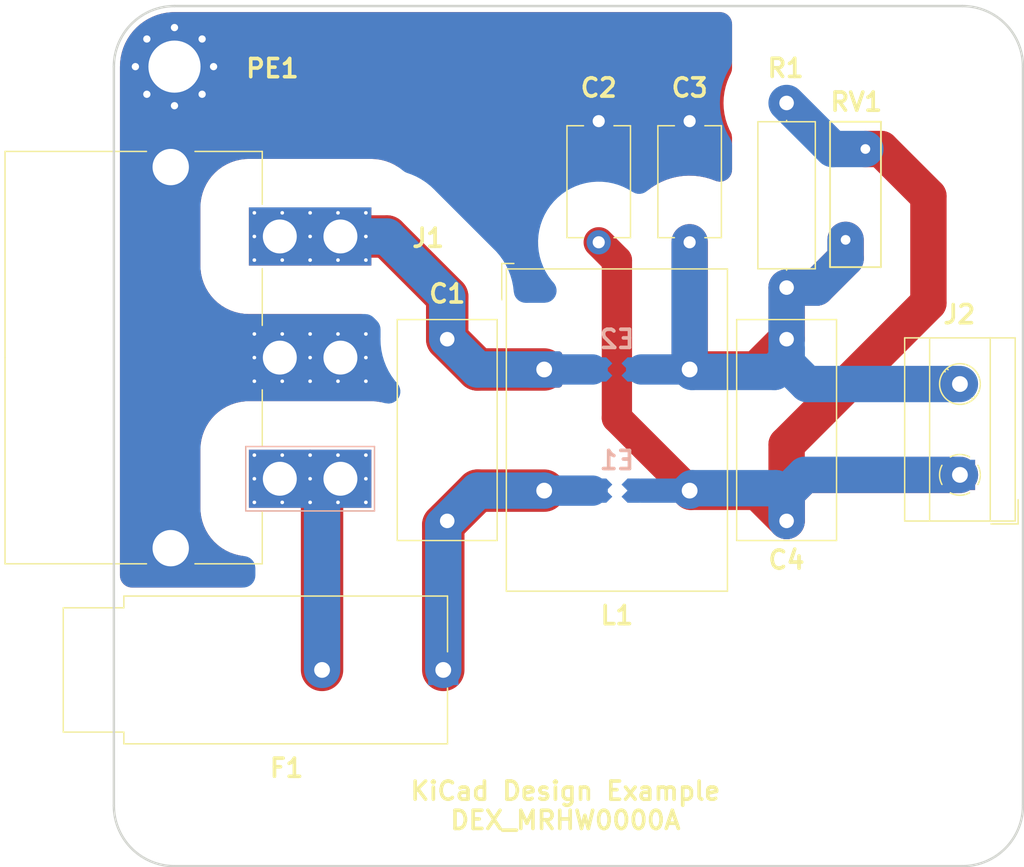
<source format=kicad_pcb>
(kicad_pcb (version 20200922) (generator pcbnew)

  (general
    (thickness 1.6)
  )

  (paper "A4")
  (layers
    (0 "F.Cu" signal)
    (31 "B.Cu" signal)
    (32 "B.Adhes" user "B.Adhesive")
    (33 "F.Adhes" user "F.Adhesive")
    (34 "B.Paste" user)
    (35 "F.Paste" user)
    (36 "B.SilkS" user "B.Silkscreen")
    (37 "F.SilkS" user "F.Silkscreen")
    (38 "B.Mask" user)
    (39 "F.Mask" user)
    (40 "Dwgs.User" user "User.Drawings")
    (41 "Cmts.User" user "User.Comments")
    (42 "Eco1.User" user "User.Eco1")
    (43 "Eco2.User" user "User.Eco2")
    (44 "Edge.Cuts" user)
    (45 "Margin" user)
    (46 "B.CrtYd" user "B.Courtyard")
    (47 "F.CrtYd" user "F.Courtyard")
    (48 "B.Fab" user)
    (49 "F.Fab" user)
    (50 "User.1" user)
    (51 "User.2" user)
    (52 "User.3" user)
    (53 "User.4" user)
    (54 "User.5" user)
    (55 "User.6" user)
    (56 "User.7" user)
    (57 "User.8" user)
    (58 "User.9" user)
  )

  (setup
    (stackup
      (layer "F.SilkS" (type "Top Silk Screen"))
      (layer "F.Paste" (type "Top Solder Paste"))
      (layer "F.Mask" (type "Top Solder Mask") (color "Green") (thickness 0.01))
      (layer "F.Cu" (type "copper") (thickness 0.035))
      (layer "dielectric 1" (type "core") (thickness 1.51) (material "FR4") (epsilon_r 4.5) (loss_tangent 0.02))
      (layer "B.Cu" (type "copper") (thickness 0.035))
      (layer "B.Mask" (type "Bottom Solder Mask") (color "Green") (thickness 0.01))
      (layer "B.Paste" (type "Bottom Solder Paste"))
      (layer "B.SilkS" (type "Bottom Silk Screen"))
      (copper_finish "None")
      (dielectric_constraints no)
    )
    (pcbplotparams
      (layerselection 0x00010fc_ffffffff)
      (usegerberextensions false)
      (usegerberattributes true)
      (usegerberadvancedattributes true)
      (creategerberjobfile true)
      (svguseinch false)
      (svgprecision 6)
      (excludeedgelayer true)
      (linewidth 0.100000)
      (plotframeref false)
      (viasonmask false)
      (mode 1)
      (useauxorigin false)
      (hpglpennumber 1)
      (hpglpenspeed 20)
      (hpglpendiameter 15.000000)
      (psnegative false)
      (psa4output false)
      (plotreference true)
      (plotvalue true)
      (plotinvisibletext false)
      (sketchpadsonfab false)
      (subtractmaskfromsilk false)
      (outputformat 1)
      (mirror false)
      (drillshape 1)
      (scaleselection 1)
      (outputdirectory "")
    )
  )


  (net 0 "")
  (net 1 "Earth")
  (net 2 "/L")
  (net 3 "/L2")
  (net 4 "/N")
  (net 5 "/L_OUT")
  (net 6 "/N_OUT")

  (module "Capacitor_THT:C_Rect_L18.0mm_W8.0mm_P15.00mm_FKS3_FKP3" (layer "F.Cu") (tedit 5AE50EF0) (tstamp 0727da7c-6f69-4ced-b085-9de614741cfa)
    (at 150.5 72.5 -90)
    (descr "C, Rect series, Radial, pin pitch=15.00mm, , length*width=18*8mm^2, Capacitor, http://www.wima.com/EN/WIMA_FKS_3.pdf")
    (tags "C Rect series Radial pin pitch 15.00mm  length 18mm width 8mm Capacitor")
    (property "Sheet file" "C:/Users/admin/Desktop/KiCad projects/kicad_dru examples/mains_relay/mains_relay.kicad_sch")
    (property "Sheet name" "")
    (path "/79470988-ca90-46cb-9d56-3736583d4116")
    (attr through_hole)
    (fp_text reference "C4" (at 18.22 0.01 180) (layer "F.SilkS")
      (effects (font (size 1.5 1.5) (thickness 0.3)))
      (tstamp 5d31dd04-21ab-406f-a966-e545567a8cee)
    )
    (fp_text value "C_Small" (at 10.52 0.11 180) (layer "F.Fab")
      (effects (font (size 1 1) (thickness 0.15)))
      (tstamp dae59c24-7435-4e89-8360-6eba8466119a)
    )
    (fp_text user "${REFERENCE}" (at 7.5 0 180) (layer "F.Fab")
      (effects (font (size 1.5 1.5) (thickness 0.3)))
      (tstamp 13792c42-3b7d-43e8-b748-85c0e40e43df)
    )
    (fp_line (start -1.62 -4.12) (end 16.62 -4.12) (layer "F.SilkS") (width 0.12) (tstamp 35f8d815-f85d-4a2e-93d7-01c127887711))
    (fp_line (start 16.62 -4.12) (end 16.62 4.12) (layer "F.SilkS") (width 0.12) (tstamp 7b2d41f7-9568-4488-8a7c-b750d80d1636))
    (fp_line (start -1.62 -4.12) (end -1.62 4.12) (layer "F.SilkS") (width 0.12) (tstamp 8a82cf5c-8f0b-4c5f-aaba-74aaaa43cc47))
    (fp_line (start -1.62 4.12) (end 16.62 4.12) (layer "F.SilkS") (width 0.12) (tstamp d2ebde34-02cb-41ed-833c-d6811de1edf3))
    (fp_line (start -1.75 4.25) (end 16.75 4.25) (layer "F.CrtYd") (width 0.05) (tstamp 5677492c-7b94-42a4-bd8d-870d71ec67b9))
    (fp_line (start -1.75 -4.25) (end -1.75 4.25) (layer "F.CrtYd") (width 0.05) (tstamp 6d870c91-ee3e-4a97-9b19-8f5e31168671))
    (fp_line (start 16.75 4.25) (end 16.75 -4.25) (layer "F.CrtYd") (width 0.05) (tstamp 70c42d7e-ba03-4c95-95ce-69e84308a38f))
    (fp_line (start 16.75 -4.25) (end -1.75 -4.25) (layer "F.CrtYd") (width 0.05) (tstamp 99a1dd8d-9b61-4719-bd66-771ab8910d52))
    (fp_line (start -1.5 -4) (end -1.5 4) (layer "F.Fab") (width 0.1) (tstamp 18136aac-2dcc-4246-8e0f-081e6d13b0d3))
    (fp_line (start 16.5 4) (end 16.5 -4) (layer "F.Fab") (width 0.1) (tstamp 8ee68a40-23b8-4227-a51c-8c25ef7e2f2b))
    (fp_line (start 16.5 -4) (end -1.5 -4) (layer "F.Fab") (width 0.1) (tstamp 9c9dd93e-fbf8-46c0-b667-a25af56940d3))
    (fp_line (start -1.5 4) (end 16.5 4) (layer "F.Fab") (width 0.1) (tstamp f1dcd8a0-38b6-4004-8e6e-19b3d2065a6f))
    (pad "1" thru_hole circle (at 0 0 270) (size 2.4 2.4) (drill 1.2) (layers *.Cu *.Mask)
      (net 6 "/N_OUT") (tstamp 831a75e1-376f-440c-ae89-54e1b4d3ef26))
    (pad "2" thru_hole circle (at 15 0 270) (size 2.4 2.4) (drill 1.2) (layers *.Cu *.Mask)
      (net 5 "/L_OUT") (tstamp bfdddd21-905e-4fe8-9b40-5a8a5ee1cbe6))
    (model "${KISYS3DMOD}/Capacitor_THT.3dshapes/C_Rect_L18.0mm_W8.0mm_P15.00mm_FKS3_FKP3.wrl"
      (offset (xyz 0 0 0))
      (scale (xyz 1 1 1))
      (rotate (xyz 0 0 0))
    )
  )

  (module "Capacitor_THT:C_Disc_D9.0mm_W5.0mm_P10.00mm" (layer "F.Cu") (tedit 5AE50EF0) (tstamp 07355a55-9173-405f-acc5-e6dec522553a)
    (at 135 54.5 -90)
    (descr "C, Disc series, Radial, pin pitch=10.00mm, , diameter*width=9*5.0mm^2, Capacitor, http://www.vishay.com/docs/28535/vy2series.pdf")
    (tags "C Disc series Radial pin pitch 10.00mm  diameter 9mm width 5.0mm Capacitor")
    (property "Sheet file" "C:/Users/admin/Desktop/KiCad projects/kicad_dru examples/mains_relay/mains_relay.kicad_sch")
    (property "Sheet name" "")
    (path "/9c9453d7-13bf-48ee-ad7e-193580f876e9")
    (attr through_hole)
    (fp_text reference "C2" (at -2.75 0 180) (layer "F.SilkS")
      (effects (font (size 1.5 1.5) (thickness 0.3)))
      (tstamp 3e2010c4-5685-4173-8e0a-4f2a6dc980f6)
    )
    (fp_text value "C_Small" (at 5 3.75 90) (layer "F.Fab")
      (effects (font (size 1 1) (thickness 0.15)))
      (tstamp 56a034d5-98f3-4225-a845-0f187ed4d863)
    )
    (fp_text user "${REFERENCE}" (at 5 0 90) (layer "F.Fab")
      (effects (font (size 1.5 1.5) (thickness 0.3)))
      (tstamp 2f61eabb-4917-4786-a5c1-6943cd615c30)
    )
    (fp_line (start 0.38 2.62) (end 9.62 2.62) (layer "F.SilkS") (width 0.12) (tstamp 0ecd816e-8c60-4af3-9309-a5d2ff102485))
    (fp_line (start 9.62 1.256) (end 9.62 2.62) (layer "F.SilkS") (width 0.12) (tstamp 1e445b99-791d-4c1b-8450-04cf74f49656))
    (fp_line (start 0.38 -2.62) (end 0.38 -1.256) (layer "F.SilkS") (width 0.12) (tstamp 2085be69-6b05-4a92-98f0-3ec58d4773e8))
    (fp_line (start 0.38 1.256) (end 0.38 2.62) (layer "F.SilkS") (width 0.12) (tstamp 4c41e63d-e3bb-4830-96bc-8ada651a2466))
    (fp_line (start 0.38 -2.62) (end 9.62 -2.62) (layer "F.SilkS") (width 0.12) (tstamp 77e7c5a3-05d6-49a4-9ab5-f4cb7365a9ca))
    (fp_line (start 9.62 -2.62) (end 9.62 -1.256) (layer "F.SilkS") (width 0.12) (tstamp db3ce159-49a4-4d93-897f-1ba399111526))
    (fp_line (start 11.25 -2.75) (end -1.25 -2.75) (layer "F.CrtYd") (width 0.05) (tstamp 266abcd1-ff46-46c3-b34c-9aa4dc632404))
    (fp_line (start 11.25 2.75) (end 11.25 -2.75) (layer "F.CrtYd") (width 0.05) (tstamp 307e763e-f6f5-4ac1-9330-c2411e9d1dcf))
    (fp_line (start -1.25 2.75) (end 11.25 2.75) (layer "F.CrtYd") (width 0.05) (tstamp c1a4a7f1-27aa-42a6-8268-efa9c09494dc))
    (fp_line (start -1.25 -2.75) (end -1.25 2.75) (layer "F.CrtYd") (width 0.05) (tstamp e0cf92d4-f811-4086-becc-a5a4a1c0ddb7))
    (fp_line (start 0.5 -2.5) (end 0.5 2.5) (layer "F.Fab") (width 0.1) (tstamp 4771a36a-03a3-4220-a463-4636a4975daa))
    (fp_line (start 9.5 -2.5) (end 0.5 -2.5) (layer "F.Fab") (width 0.1) (tstamp 4a7f599c-6bf8-4c6d-85ca-18bc6532c496))
    (fp_line (start 0.5 2.5) (end 9.5 2.5) (layer "F.Fab") (width 0.1) (tstamp 7504c3fd-d265-4413-b866-ae9c817ccd9d))
    (fp_line (start 9.5 2.5) (end 9.5 -2.5) (layer "F.Fab") (width 0.1) (tstamp a8c12549-49b9-42b1-9bf2-aa17c4a3533e))
    (pad "1" thru_hole circle (at 0 0 270) (size 2 2) (drill 1) (layers *.Cu *.Mask)
      (net 1 "Earth") (tstamp 7ebe8536-fd1d-4ef7-ac7b-ce887cc1314f))
    (pad "2" thru_hole circle (at 10 0 270) (size 2 2) (drill 1) (layers *.Cu *.Mask)
      (net 5 "/L_OUT") (tstamp 615df950-e876-48c8-b17e-0ae5f4e88e56))
    (model "${KISYS3DMOD}/Capacitor_THT.3dshapes/C_Disc_D9.0mm_W5.0mm_P10.00mm.wrl"
      (offset (xyz 0 0 0))
      (scale (xyz 1 1 1))
      (rotate (xyz 0 0 0))
    )
  )

  (module "Capacitor_THT:C_Rect_L18.0mm_W8.0mm_P15.00mm_FKS3_FKP3" (layer "F.Cu") (tedit 5AE50EF0) (tstamp 17b4f253-bba9-4404-bfdd-660a16bb4732)
    (at 122.5 72.5 -90)
    (descr "C, Rect series, Radial, pin pitch=15.00mm, , length*width=18*8mm^2, Capacitor, http://www.wima.com/EN/WIMA_FKS_3.pdf")
    (tags "C Rect series Radial pin pitch 15.00mm  length 18mm width 8mm Capacitor")
    (property "Sheet file" "C:/Users/admin/Desktop/KiCad projects/kicad_dru examples/mains_relay/mains_relay.kicad_sch")
    (property "Sheet name" "")
    (path "/da298a36-bb7b-4d8c-9dd7-04a53015ce17")
    (attr through_hole)
    (fp_text reference "C1" (at -3.75 0 180) (layer "F.SilkS")
      (effects (font (size 1.5 1.5) (thickness 0.3)))
      (tstamp 6262ff12-fb97-4eb9-aac0-2f3be1ab4d3a)
    )
    (fp_text value "C_Small" (at 10.25 0 180) (layer "F.Fab")
      (effects (font (size 1 1) (thickness 0.15)))
      (tstamp 544ad2fc-9ed5-41b4-838c-11a6ca4dd164)
    )
    (fp_text user "${REFERENCE}" (at 7.5 0) (layer "F.Fab")
      (effects (font (size 1.5 1.5) (thickness 0.3)))
      (tstamp 9ac85ad9-9f79-4166-aeb6-9e6bceb1283a)
    )
    (fp_line (start -1.62 -4.12) (end -1.62 4.12) (layer "F.SilkS") (width 0.12) (tstamp 02d1d700-df36-4ab0-9799-7c361f10b252))
    (fp_line (start -1.62 4.12) (end 16.62 4.12) (layer "F.SilkS") (width 0.12) (tstamp 52360d9e-dce4-4248-890f-f3e1e48260c6))
    (fp_line (start -1.62 -4.12) (end 16.62 -4.12) (layer "F.SilkS") (width 0.12) (tstamp e2a2941a-079e-47d0-bf73-7047a8fcc0cb))
    (fp_line (start 16.62 -4.12) (end 16.62 4.12) (layer "F.SilkS") (width 0.12) (tstamp f2f98436-60cd-45db-b779-97967dda0cdf))
    (fp_line (start 16.75 -4.25) (end -1.75 -4.25) (layer "F.CrtYd") (width 0.05) (tstamp 2eb37b7e-6f4c-41cc-9142-997450fd869f))
    (fp_line (start 16.75 4.25) (end 16.75 -4.25) (layer "F.CrtYd") (width 0.05) (tstamp 4b966e2b-f21a-47f9-9570-ed28a438b3ef))
    (fp_line (start -1.75 4.25) (end 16.75 4.25) (layer "F.CrtYd") (width 0.05) (tstamp 9d625734-17db-4b4f-b6bf-47abb3b9dbb9))
    (fp_line (start -1.75 -4.25) (end -1.75 4.25) (layer "F.CrtYd") (width 0.05) (tstamp aeb5d7b1-edab-42a6-95eb-2e1ee44177e6))
    (fp_line (start 16.5 4) (end 16.5 -4) (layer "F.Fab") (width 0.1) (tstamp 0c6856d1-04cd-4f33-97d4-c5ed1dd16f21))
    (fp_line (start -1.5 -4) (end -1.5 4) (layer "F.Fab") (width 0.1) (tstamp 78a0a056-2378-4c42-8d1b-806b2ce87ae9))
    (fp_line (start 16.5 -4) (end -1.5 -4) (layer "F.Fab") (width 0.1) (tstamp b9524f7e-5d5d-4f5a-91cb-39446b417942))
    (fp_line (start -1.5 4) (end 16.5 4) (layer "F.Fab") (width 0.1) (tstamp fa1fe595-63e6-4357-8a0e-5cbe978cf5c0))
    (pad "1" thru_hole circle (at 0 0 270) (size 2.4 2.4) (drill 1.2) (layers *.Cu *.Mask)
      (net 4 "/N") (tstamp fed7d514-5995-46ad-8a88-0f379ec20b10))
    (pad "2" thru_hole circle (at 15 0 270) (size 2.4 2.4) (drill 1.2) (layers *.Cu *.Mask)
      (net 3 "/L2") (tstamp 51789688-0ff7-48ae-8d01-6c49fe1baa7c))
    (model "${KISYS3DMOD}/Capacitor_THT.3dshapes/C_Rect_L18.0mm_W8.0mm_P15.00mm_FKS3_FKP3.wrl"
      (offset (xyz 0 0 0))
      (scale (xyz 1 1 1))
      (rotate (xyz 0 0 0))
    )
  )

  (module "Connector_Molex:Molex_Mini-Fit_Sr_42820-32XX_1x03_P10.00mm_Horizontal_ThermalVias" (layer "F.Cu") (tedit 5F78D4DB) (tstamp 1d86350a-6be4-4b84-8ef3-7ea905067abf)
    (at 113.69 84.02 180)
    (descr "Molex Mini-Fit Sr. Power Connectors, 42820-32XX, With thermal vias in pads, 3 Pins per row (http://www.molex.com/pdm_docs/sd/428202214_sd.pdf), generated with kicad-footprint-generator")
    (tags "connector Molex Mini-Fit_Sr top entry")
    (property "Sheet file" "C:/Users/admin/Desktop/KiCad projects/kicad_dru examples/mains_relay/mains_relay.kicad_sch")
    (property "Sheet name" "")
    (path "/3fbb6a52-7330-4e47-bd85-5d54abcbd092")
    (attr through_hole)
    (fp_text reference "J1" (at -7.24 19.87) (layer "F.SilkS")
      (effects (font (size 1.5 1.5) (thickness 0.3)))
      (tstamp 88308a6c-10dc-41a7-8692-206a486e143a)
    )
    (fp_text value "Conn_01x03_Male" (at 13.6 10.15 90) (layer "F.Fab")
      (effects (font (size 1 1) (thickness 0.15)))
      (tstamp de5e5fe5-6984-4cee-8880-48bc24df6494)
    )
    (fp_text user "${REFERENCE}" (at 16.42 10.65 90) (layer "F.Fab")
      (effects (font (size 1.5 1.5) (thickness 0.3)))
      (tstamp bb88f623-2779-4ad9-924d-96708f467770)
    )
    (fp_line (start 7.81 -2.66) (end -2.81 -2.66) (layer "B.SilkS") (width 0.12) (tstamp 35dbe3fb-2e17-4858-868d-efea0fede8c5))
    (fp_line (start -2.81 2.66) (end 7.81 2.66) (layer "B.SilkS") (width 0.12) (tstamp 82f70a45-dc38-40ff-8c38-c7ce7cf1c429))
    (fp_line (start -2.81 -2.66) (end -2.81 2.66) (layer "B.SilkS") (width 0.12) (tstamp 9c232a8a-f124-42be-b7aa-871ec67138c2))
    (fp_line (start 7.81 2.66) (end 7.81 -2.66) (layer "B.SilkS") (width 0.12) (tstamp cf60cc00-0fc2-406b-aab2-02c1fc9e66f9))
    (fp_line (start 6.45 -2.66) (end -2.55 -2.66) (layer "F.SilkS") (width 0.12) (tstamp 07bca7e4-fea0-4037-b2a0-1e512f0bb5d9))
    (fp_line (start 16 27.02) (end 27.67 27.02) (layer "F.SilkS") (width 0.12) (tstamp 1fe9e0e3-91f3-483e-b7b5-2d528e81059f))
    (fp_line (start 6.45 12.66) (end 6.45 17.34) (layer "F.SilkS") (width 0.12) (tstamp 1ff7d86a-5ca9-4a23-aac8-121162377647))
    (fp_line (start 6.45 -2.66) (end 6.45 -7.02) (layer "F.SilkS") (width 0.12) (tstamp 24516944-8329-4e4d-beec-632f9a39686d))
    (fp_line (start 27.67 27.02) (end 27.67 10) (layer "F.SilkS") (width 0.12) (tstamp 3d93f061-0873-4499-93b3-99d26565a3ce))
    (fp_line (start 27.67 -7.02) (end 27.67 10) (layer "F.SilkS") (width 0.12) (tstamp 46d03537-814c-4291-ae60-a26990e8224a))
    (fp_line (start 6.45 2.66) (end 6.45 7.34) (layer "F.SilkS") (width 0.12) (tstamp 562c2341-7d5f-4b00-a21d-3e39223059ee))
    (fp_line (start 6.45 -7.02) (end 12 -7.02) (layer "F.SilkS") (width 0.12) (tstamp 60672aae-b55b-4b7d-842e-feb930e977b1))
    (fp_line (start 6.45 22.66) (end 6.45 27.02) (layer "F.SilkS") (width 0.12) (tstamp a3333b01-6128-408c-8b8f-2028e4ae33c9))
    (fp_line (start 16 -7.02) (end 27.67 -7.02) (layer "F.SilkS") (width 0.12) (tstamp c8647d40-3d5f-46c9-bb6f-16bb1a6cb281))
    (fp_line (start 6.45 27.02) (end 12 27.02) (layer "F.SilkS") (width 0.12) (tstamp d1ddfaf8-d6de-4c6a-b52c-7c723edbd93f))
    (fp_line (start 28.06 28.23) (end 28.06 -8.23) (layer "F.CrtYd") (width 0.05) (tstamp 656fa340-8289-4b82-b003-11e3bd6d9cd1))
    (fp_line (start -3.05 -8.23) (end -3.05 28.23) (layer "F.CrtYd") (width 0.05) (tstamp 69e3be05-deaa-4b07-85ca-45fd0e78d589))
    (fp_line (start 28.06 -8.23) (end -3.05 -8.23) (layer "F.CrtYd") (width 0.05) (tstamp 7a308edb-894d-4dc3-b2ee-6a999bd7b7f3))
    (fp_line (start -3.05 28.23) (end 28.06 28.23) (layer "F.CrtYd") (width 0.05) (tstamp 877f888e-ff1d-47ca-8573-0b3622f415f1))
    (fp_line (start 6.56 21.9) (end -1.04 21.9) (layer "F.Fab") (width 0.1) (tstamp 1dd68413-2af4-4b79-ac45-ab7193c44dfb))
    (fp_line (start 6.56 1.9) (end -1.04 1.9) (layer "F.Fab") (width 0.1) (tstamp 1f28e97c-c558-4354-9c17-1b4f715dfd41))
    (fp_line (start 4.862944 0) (end 6.56 1.2) (layer "F.Fab") (width 0.1) (tstamp 1f731b4b-95cc-4163-ac8f-c297fc9515ca))
    (fp_line (start 0.657056 0) (end -1.04 1.2) (layer "F.Fab") (width 0.1) (tstamp 228cb180-151e-432c-8e2b-c3cbaecea89b))
    (fp_line (start -1.04 1.9) (end -1.04 -1.9) (layer "F.Fab") (width 0.1) (tstamp 3b6b73dd-979a-4cca-b2c0-0b8e66126199))
    (fp_line (start 6.56 11.9) (end -1.04 11.9) (layer "F.Fab") (width 0.1) (tstamp 40c9ab67-7602-480c-9687-ec6c22eae07b))
    (fp_line (start -1.04 8.1) (end 6.56 8.1) (layer "F.Fab") (width 0.1) (tstamp 512c463c-e079-45b2-adba-67b65fe2b717))
    (fp_line (start -1.04 11.9) (end -1.04 8.1) (layer "F.Fab") (width 0.1) (tstamp 5554d0ad-da48-4929-87c8-3e598b205180))
    (fp_line (start -1.04 -1.2) (end 0.657056 0) (layer "F.Fab") (width 0.1) (tstamp 6fb7c08c-511d-4877-81ea-803b77f176d5))
    (fp_line (start 6.56 25.45) (end 27.56 25.45) (layer "F.Fab") (width 0.1) (tstamp 713fb80d-d148-49cb-8acf-ea399a226c74))
    (fp_line (start 27.56 26.91) (end 27.56 -6.91) (layer "F.Fab") (width 0.1) (tstamp 89f2eefc-d20a-400d-b3b5-ef6f37f704ae))
    (fp_line (start 6.56 8.1) (end 6.56 11.9) (layer "F.Fab") (width 0.1) (tstamp 908dbe85-f70a-4977-ae13-8371aa9538a6))
    (fp_line (start 6.56 -5.45) (end 27.56 -5.45) (layer "F.Fab") (width 0.1) (tstamp a322ff97-1815-4c63-8b25-07e1408376ab))
    (fp_line (start -1.04 21.9) (end -1.04 18.1) (layer "F.Fab") (width 0.1) (tstamp ab261f36-e09a-4781-951b-80aed5e7de92))
    (fp_line (start 6.56 -6.91) (end 6.56 26.91) (layer "F.Fab") (width 0.1) (tstamp b15595f7-68d7-4234-9211-da60a714491c))
    (fp_line (start 6.56 26.91) (end 27.56 26.91) (layer "F.Fab") (width 0.1) (tstamp b982380f-84c0-4785-a6b9-6559a57eb0a2))
    (fp_line (start 6.56 18.1) (end 6.56 21.9) (layer "F.Fab") (width 0.1) (tstamp b9b3b11f-559a-44ce-beeb-2c5873875c66))
    (fp_line (start -1.04 18.1) (end 6.56 18.1) (layer "F.Fab") (width 0.1) (tstamp b9bb40c2-5508-4e08-9bcd-dd1c977e736d))
    (fp_line (start 6.56 -1.2) (end 4.862944 0) (layer "F.Fab") (width 0.1) (tstamp cfefa510-ea51-414a-ad94-dc6dc3866c49))
    (fp_line (start -1.04 -1.9) (end 6.56 -1.9) (layer "F.Fab") (width 0.1) (tstamp dec98244-8a28-4e53-9e4a-0e915a1a8cda))
    (fp_line (start 6.56 -1.9) (end 6.56 1.9) (layer "F.Fab") (width 0.1) (tstamp e953eab1-d1b5-4ac5-900d-f32adefc238c))
    (fp_line (start 27.56 -6.91) (end 6.56 -6.91) (layer "F.Fab") (width 0.1) (tstamp f5a32ef4-5a35-42e1-a546-4edee35b23c6))
    (pad "" thru_hole circle (at 14 -5.73 180) (size 4 4) (drill 3) (layers *.Cu *.Mask)
      (net 1 "Earth") (tstamp a1156cd2-80a5-4714-a6a0-538c410aded5))
    (pad "" thru_hole circle (at 14 25.73 180) (size 4 4) (drill 3) (layers *.Cu *.Mask)
      (net 1 "Earth") (tstamp d07d7e93-9cf7-4f41-9f7f-fa8ffaf1c24f))
    (pad "1" thru_hole roundrect (at 4.8 1.95 180) (size 0.6 0.6) (drill 0.3) (layers *.Cu *.Mask) (roundrect_rratio 0.25)
      (net 2 "/L") (pinfunction "Pin_1") (tstamp 0962c79b-f40f-4be4-8ae4-719b17e7999b))
    (pad "1" thru_hole roundrect (at -2.1 1.95 180) (size 0.6 0.6) (drill 0.3) (layers *.Cu *.Mask) (roundrect_rratio 0.25)
      (net 2 "/L") (pinfunction "Pin_1") (tstamp 3912a0dc-25e0-42ac-bba8-4470cd8483fa))
    (pad "1" thru_hole roundrect (at 2.5 1.95 180) (size 0.6 0.6) (drill 0.3) (layers *.Cu *.Mask) (roundrect_rratio 0.25)
      (net 2 "/L") (pinfunction "Pin_1") (tstamp 3abffe0f-ba77-471f-825f-1ebca3d948a6))
    (pad "1" thru_hole roundrect (at 7.1 0 180) (size 0.6 0.6) (drill 0.3) (layers *.Cu *.Mask) (roundrect_rratio 0.25)
      (net 2 "/L") (pinfunction "Pin_1") (tstamp 444b4290-bedc-48a9-b3f2-4e85d1e2dca2))
    (pad "1" thru_hole roundrect (at 2.5 -1.95 180) (size 0.6 0.6) (drill 0.3) (layers *.Cu *.Mask) (roundrect_rratio 0.25)
      (net 2 "/L") (pinfunction "Pin_1") (tstamp 542f571d-a852-4e28-93de-d1009681b864))
    (pad "1" thru_hole roundrect (at 7.1 1.95 180) (size 0.6 0.6) (drill 0.3) (layers *.Cu *.Mask) (roundrect_rratio 0.25)
      (net 2 "/L") (pinfunction "Pin_1") (tstamp 6f6c2c53-1205-4fd1-a2cb-86009dba942f))
    (pad "1" thru_hole roundrect (at -2.1 0 180) (size 0.6 0.6) (drill 0.3) (layers *.Cu *.Mask) (roundrect_rratio 0.25)
      (net 2 "/L") (pinfunction "Pin_1") (tstamp 77f76348-f7bc-4763-b9a0-0a33ee4f3d22))
    (pad "1" thru_hole rect (at 5 0 180) (size 5.1 4.8) (drill 2.8) (layers *.Cu *.Mask)
      (net 2 "/L") (pinfunction "Pin_1") (tstamp 871e70aa-ffb7-46c8-98b9-df47e8e8b903))
    (pad "1" thru_hole roundrect (at 4.8 -1.95 180) (size 0.6 0.6) (drill 0.3) (layers *.Cu *.Mask) (roundrect_rratio 0.25)
      (net 2 "/L") (pinfunction "Pin_1") (tstamp 9206b7e2-5a2f-47a6-9c77-7e0eff381635))
    (pad "1" thru_hole rect (at 0 0 180) (size 5.1 4.8) (drill 2.8) (layers *.Cu *.Mask)
      (net 2 "/L") (pinfunction "Pin_1") (tstamp b65b6cb8-faa7-480a-8767-9445d20fa02a))
    (pad "1" thru_hole roundrect (at 0.2 1.95 180) (size 0.6 0.6) (drill 0.3) (layers *.Cu *.Mask) (roundrect_rratio 0.25)
      (net 2 "/L") (pinfunction "Pin_1") (tstamp ceb94d7d-6fb3-442c-8318-b16f77a2d5ee))
    (pad "1" thru_hole roundrect (at -2.1 -1.95 180) (size 0.6 0.6) (drill 0.3) (layers *.Cu *.Mask) (roundrect_rratio 0.25)
      (net 2 "/L") (pinfunction "Pin_1") (tstamp d582e7b5-fa1b-4a81-a220-05ac4dd6fa67))
    (pad "1" thru_hole roundrect (at 0.2 -1.95 180) (size 0.6 0.6) (drill 0.3) (layers *.Cu *.Mask) (roundrect_rratio 0.25)
      (net 2 "/L") (pinfunction "Pin_1") (tstamp e430a28d-7987-4a68-8e5b-844bf97c1f7d))
    (pad "1" thru_hole roundrect (at 2.5 0 180) (size 0.6 0.6) (drill 0.3) (layers *.Cu *.Mask) (roundrect_rratio 0.25)
      (net 2 "/L") (pinfunction "Pin_1") (tstamp e48a4ccb-fb8e-4db5-b892-d3e36f2922ea))
    (pad "1" thru_hole roundrect (at 7.1 -1.95 180) (size 0.6 0.6) (drill 0.3) (layers *.Cu *.Mask) (roundrect_rratio 0.25)
      (net 2 "/L") (pinfunction "Pin_1") (tstamp fdbca1da-bc54-4501-ae34-14b836dcfa3c))
    (pad "2" thru_hole circle (at 0.2 8.05 180) (size 0.6 0.6) (drill 0.3) (layers *.Cu *.Mask)
      (net 1 "Earth") (pinfunction "Pin_2") (tstamp 03d8ff77-9f5e-44b3-bad3-710f014276ca))
    (pad "2" thru_hole circle (at 7.1 10 180) (size 0.6 0.6) (drill 0.3) (layers *.Cu *.Mask)
      (net 1 "Earth") (pinfunction "Pin_2") (tstamp 059eaf79-7ec1-443a-a634-3953d2447514))
    (pad "2" thru_hole circle (at 2.5 10 180) (size 0.6 0.6) (drill 0.3) (layers *.Cu *.Mask)
      (net 1 "Earth") (pinfunction "Pin_2") (tstamp 1fb063a1-f391-4c24-94a8-13c1190df68b))
    (pad "2" thru_hole circle (at 7.1 11.95 180) (size 0.6 0.6) (drill 0.3) (layers *.Cu *.Mask)
      (net 1 "Earth") (pinfunction "Pin_2") (tstamp 227f9f9c-039c-4a57-8ada-60bd425e1efd))
    (pad "2" thru_hole circle (at -2.1 8.05 180) (size 0.6 0.6) (drill 0.3) (layers *.Cu *.Mask)
      (net 1 "Earth") (pinfunction "Pin_2") (tstamp 2cae20b1-bf6c-4885-bbc5-31c93963e34a))
    (pad "2" thru_hole circle (at 2.5 11.95 180) (size 0.6 0.6) (drill 0.3) (layers *.Cu *.Mask)
      (net 1 "Earth") (pinfunction "Pin_2") (tstamp 4666a020-47a1-470c-a9b9-6cb2ae83b21c))
    (pad "2" thru_hole rect (at 5 10 180) (size 5.1 4.8) (drill 2.8) (layers *.Cu *.Mask)
      (net 1 "Earth") (pinfunction "Pin_2") (tstamp 52d5b11a-5170-453c-8a1b-f5743e78abfb))
    (pad "2" thru_hole circle (at 0.2 11.95 180) (size 0.6 0.6) (drill 0.3) (layers *.Cu *.Mask)
      (net 1 "Earth") (pinfunction "Pin_2") (tstamp 56ecfbf7-e1ea-4d68-a55d-d91cc422c540))
    (pad "2" thru_hole circle (at 7.1 8.05 180) (size 0.6 0.6) (drill 0.3) (layers *.Cu *.Mask)
      (net 1 "Earth") (pinfunction "Pin_2") (tstamp 738b006d-2d72-4bda-b834-18b4a5ff19a6))
    (pad "2" thru_hole circle (at 4.8 8.05 180) (size 0.6 0.6) (drill 0.3) (layers *.Cu *.Mask)
      (net 1 "Earth") (pinfunction "Pin_2") (tstamp 807184fc-551b-449b-bab8-2e8138ecfd36))
    (pad "2" thru_hole circle (at -2.1 10 180) (size 0.6 0.6) (drill 0.3) (layers *.Cu *.Mask)
      (net 1 "Earth") (pinfunction "Pin_2") (tstamp 875449a6-e7ed-452c-acab-1fe6429f06cd))
    (pad "2" thru_hole circle (at 2.5 8.05 180) (size 0.6 0.6) (drill 0.3) (layers *.Cu *.Mask)
      (net 1 "Earth") (pinfunction "Pin_2") (tstamp 9ed11a68-31f5-4e91-ae06-5491222c61e5))
    (pad "2" thru_hole rect (at 0 10 180) (size 5.1 4.8) (drill 2.8) (layers *.Cu *.Mask)
      (net 1 "Earth") (pinfunction "Pin_2") (tstamp d710bf57-abdb-4bca-a0d6-7c790b92968a))
    (pad "2" thru_hole circle (at -2.1 11.95 180) (size 0.6 0.6) (drill 0.3) (layers *.Cu *.Mask)
      (net 1 "Earth") (pinfunction "Pin_2") (tstamp ea048339-6557-452e-8e30-1cec579d4cdd))
    (pad "2" thru_hole circle (at 4.8 11.95 180) (size 0.6 0.6) (drill 0.3) (layers *.Cu *.Mask)
      (net 1 "Earth") (pinfunction "Pin_2") (tstamp ed9a6b7a-05d4-43fe-86c4-102b46c0b6d1))
    (pad "3" thru_hole circle (at 2.5 18.05 180) (size 0.6 0.6) (drill 0.3) (layers *.Cu *.Mask)
      (net 4 "/N") (pinfunction "Pin_3") (tstamp 1f14ee96-b73c-49b1-ab15-d0f3a99a67ff))
    (pad "3" thru_hole circle (at 4.8 18.05 180) (size 0.6 0.6) (drill 0.3) (layers *.Cu *.Mask)
      (net 4 "/N") (pinfunction "Pin_3") (tstamp 220fece1-7a7c-4c25-b766-04904050b706))
    (pad "3" thru_hole circle (at 0.2 21.95 180) (size 0.6 0.6) (drill 0.3) (layers *.Cu *.Mask)
      (net 4 "/N") (pinfunction "Pin_3") (tstamp 33eed6d3-fc8f-4dd8-897d-be9eeb3d0a5d))
    (pad "3" thru_hole circle (at 7.1 20 180) (size 0.6 0.6) (drill 0.3) (layers *.Cu *.Mask)
      (net 4 "/N") (pinfunction "Pin_3") (tstamp 46061faf-4376-480e-99b2-c625b95b9270))
    (pad "3" thru_hole rect (at 5 20 180) (size 5.1 4.8) (drill 2.8) (layers *.Cu *.Mask)
      (net 4 "/N") (pinfunction "Pin_3") (tstamp 59df5a06-73e9-41f3-a17b-4c0919ca621b))
    (pad "3" thru_hole circle (at 4.8 21.95 180) (size 0.6 0.6) (drill 0.3) (layers *.Cu *.Mask)
      (net 4 "/N") (pinfunction "Pin_3") (tstamp 5ffacc5d-b9f2-4ab6-818c-e39c108646a5))
    (pad "3" thru_hole circle (at 2.5 20 180) (size 0.6 0.6) (drill 0.3) (layers *.Cu *.Mask)
      (net 4 "/N") (pinfunction "Pin_3") (tstamp 6adbf277-9f2f-43f2-8e72-aea84a96b051))
    (pad "3" thru_hole circle (at 7.1 21.95 180) (size 0.6 0.6) (drill 0.3) (layers *.Cu *.Mask)
      (net 4 "/N") (pinfunction "Pin_3") (tstamp 7c270c37-3845-4527-b94d-4f90d998acf5))
    (pad "3" thru_hole circle (at 2.5 21.95 180) (size 0.6 0.6) (drill 0.3) (layers *.Cu *.Mask)
      (net 4 "/N") (pinfunction "Pin_3") (tstamp a39565bd-ede2-4661-a4f7-d5363ecb1329))
    (pad "3" thru_hole circle (at 0.2 18.05 180) (size 0.6 0.6) (drill 0.3) (layers *.Cu *.Mask)
      (net 4 "/N") (pinfunction "Pin_3") (tstamp ae1c8c1d-537a-4616-bfd3-784d5ce86b1e))
    (pad "3" thru_hole circle (at -2.1 20 180) (size 0.6 0.6) (drill 0.3) (layers *.Cu *.Mask)
      (net 4 "/N") (pinfunction "Pin_3") (tstamp b3373e0e-f9f5-4c53-bb64-7a5774c585ad))
    (pad "3" thru_hole circle (at -2.1 21.95 180) (size 0.6 0.6) (drill 0.3) (layers *.Cu *.Mask)
      (net 4 "/N") (pinfunction "Pin_3") (tstamp c49ec036-90e4-467e-8a82-31bbf9bedc27))
    (pad "3" thru_hole circle (at -2.1 18.05 180) (size 0.6 0.6) (drill 0.3) (layers *.Cu *.Mask)
      (net 4 "/N") (pinfunction "Pin_3") (tstamp ef8d4414-e27b-4a22-bbf9-89bcfe82f561))
    (pad "3" thru_hole rect (at 0 20 180) (size 5.1 4.8) (drill 2.8) (layers *.Cu *.Mask)
      (net 4 "/N") (pinfunction "Pin_3") (tstamp f8175cb1-b971-43a6-a8df-5bab2e7b4ad8))
    (pad "3" thru_hole circle (at 7.1 18.05 180) (size 0.6 0.6) (drill 0.3) (layers *.Cu *.Mask)
      (net 4 "/N") (pinfunction "Pin_3") (tstamp f8e49fd5-288d-4fcb-872f-92d7e02690cd))
    (model "${KISYS3DMOD}/Connector_Molex.3dshapes/Molex_Mini-Fit_Sr_42820-32XX_1x03_P10.00mm_Horizontal_ThermalVias.wrl"
      (offset (xyz 0 0 0))
      (scale (xyz 1 1 1))
      (rotate (xyz 0 0 0))
    )
  )

  (module "Inductor_THT:WE-ExB" (layer "F.Cu") (tedit 5F78C308) (tstamp 2507d83a-7329-4320-9e05-44e470b369cd)
    (at 136.5 80)
    (descr "https://www.we-online.com/catalog/datasheet/744844102.pdf")
    (tags "common-mode")
    (property "Sheet file" "C:/Users/admin/Desktop/KiCad projects/kicad_dru examples/mains_relay/mains_relay.kicad_sch")
    (property "Sheet name" "")
    (path "/dae561b0-40de-424d-aa2b-a935bd9fea65")
    (attr through_hole)
    (fp_text reference "L1" (at 0 15.3) (layer "F.SilkS")
      (effects (font (size 1.5 1.5) (thickness 0.3)))
      (tstamp ba6aff90-270c-44c6-a3e0-33296717ef90)
    )
    (fp_text value "744844102" (at 0 1) (layer "F.Fab")
      (effects (font (size 1 1) (thickness 0.15)))
      (tstamp 512f4b89-9a80-49db-a754-95a211e585c1)
    )
    (fp_text user "${REFERENCE}" (at 0 -1) (layer "F.Fab")
      (effects (font (size 1.5 1.5) (thickness 0.3)))
      (tstamp 695c5407-277c-4783-a000-3735c2c8a62e)
    )
    (fp_line (start -9.12 13.3) (end -9.12 -13.3) (layer "F.SilkS") (width 0.12) (tstamp 0253ca18-87c1-42fd-a10b-e06f4bd0413f))
    (fp_line (start 9.12 13.3) (end -9.12 13.3) (layer "F.SilkS") (width 0.12) (tstamp 62749245-8022-4bca-bcc6-0c11fab3ea9c))
    (fp_line (start -9.5 -13.75) (end -9.5 -10.75) (layer "F.SilkS") (width 0.12) (tstamp 80007822-b4a1-43d6-bf3a-0fa360148c53))
    (fp_line (start 9.12 -13.3) (end 9.12 13.3) (layer "F.SilkS") (width 0.12) (tstamp ac8aa6fe-466f-43dc-a586-3057bf80b662))
    (fp_line (start -9.5 -13.75) (end -8.5 -13.75) (layer "F.SilkS") (width 0.12) (tstamp b37c847a-2f8e-4379-b546-3712b502e77a))
    (fp_line (start -9.12 -13.3) (end 9.12 -13.3) (layer "F.SilkS") (width 0.12) (tstamp be41af23-9236-448f-8b30-2642001e4622))
    (fp_line (start -9.25 13.5) (end 9.25 13.5) (layer "F.CrtYd") (width 0.05) (tstamp 192eed0f-a39b-4317-88c7-8d6932f578b4))
    (fp_line (start -9.25 -13.5) (end -9.25 13.5) (layer "F.CrtYd") (width 0.05) (tstamp 6d954cb8-051c-4840-8ce5-33a2cabe418a))
    (fp_line (start 9.25 -13.5) (end -9.25 -13.5) (layer "F.CrtYd") (width 0.05) (tstamp edde359b-2487-4193-982b-254197ad93af))
    (fp_line (start 9.25 13.5) (end 9.25 -13.5) (layer "F.CrtYd") (width 0.05) (tstamp f22397c7-20b6-4fe2-80db-99c7368cde9e))
    (fp_line (start -9 13.2) (end 9 13.2) (layer "F.Fab") (width 0.1) (tstamp 148782f9-a0e3-4d1b-9489-16c5777db7c7))
    (fp_line (start -9 -5.25) (end -8 -6.25) (layer "F.Fab") (width 0.1) (tstamp 26a4dc51-f96e-4a71-8200-bc62a936f31d))
    (fp_line (start -9 13.25) (end -9 -5.25) (layer "F.Fab") (width 0.1) (tstamp 40c28814-25af-4663-bb83-313614f84589))
    (fp_line (start -9 -7.25) (end -9 -13.2) (layer "F.Fab") (width 0.1) (tstamp 59dad39c-6053-4c9d-84b9-892417593bb7))
    (fp_line (start 9 -13.2) (end 9 13.25) (layer "F.Fab") (width 0.1) (tstamp 9493fb51-2943-48cb-a899-ddc9eed1d6cd))
    (fp_line (start 9 -13.2) (end -9 -13.2) (layer "F.Fab") (width 0.1) (tstamp d085f29f-056b-4e8f-b6b0-9c6e7e67aa56))
    (fp_line (start -8 -6.25) (end -9 -7.25) (layer "F.Fab") (width 0.1) (tstamp fb7eaa18-bb51-467b-842a-d4c309255cd4))
    (pad "1" thru_hole roundrect (at -6 -5) (size 3 3) (drill 1.3) (layers *.Cu *.Mask) (roundrect_rratio 0.1)
      (net 4 "/N") (pinfunction "1") (tstamp ecb27704-b5b7-4bad-92fd-375ce4743f7c))
    (pad "2" thru_hole circle (at 6 -5) (size 3 3) (drill 1.3) (layers *.Cu *.Mask)
      (net 6 "/N_OUT") (pinfunction "2") (tstamp 3ab8106f-d502-4d7c-8d51-3e621cf424d8))
    (pad "3" thru_hole circle (at 6 5) (size 3 3) (drill 1.3) (layers *.Cu *.Mask)
      (net 5 "/L_OUT") (pinfunction "3") (tstamp 4c2d719b-1a09-41dc-a498-771d3e4a33c9))
    (pad "4" thru_hole circle (at -6 5) (size 3 3) (drill 1.3) (layers *.Cu *.Mask)
      (net 3 "/L2") (pinfunction "4") (tstamp f9f7a4bb-007f-4f1e-929c-b7cd6507b330))
    (model "${KIPRJMOD}/../libs/WE_ExB.pretty/3D/744844102_Download_STP_744844xxx_rev1.stp"
      (offset (xyz 0 0 2))
      (scale (xyz 1 1 1))
      (rotate (xyz 0 0 90))
    )
  )

  (module "Resistor_THT:R_Axial_DIN0414_L11.9mm_D4.5mm_P15.24mm_Horizontal" (layer "F.Cu") (tedit 5AE5139B) (tstamp 570facea-95bf-4959-a5c4-ddf7783a8cb6)
    (at 150.5 53 -90)
    (descr "Resistor, Axial_DIN0414 series, Axial, Horizontal, pin pitch=15.24mm, 2W, length*diameter=11.9*4.5mm^2, http://www.vishay.com/docs/20128/wkxwrx.pdf")
    (tags "Resistor Axial_DIN0414 series Axial Horizontal pin pitch 15.24mm 2W length 11.9mm diameter 4.5mm")
    (property "Sheet file" "C:/Users/admin/Desktop/KiCad projects/kicad_dru examples/mains_relay/mains_relay.kicad_sch")
    (property "Sheet name" "")
    (path "/61e50044-1212-4d74-8363-dc2e2b6a6a77")
    (attr through_hole)
    (fp_text reference "R1" (at -2.87 0.08 180) (layer "F.SilkS")
      (effects (font (size 1.5 1.5) (thickness 0.3)))
      (tstamp 4590bb3c-0505-4695-b718-a53f0723defa)
    )
    (fp_text value "1Meg" (at 7.72 -0.83 90) (layer "F.Fab")
      (effects (font (size 1 1) (thickness 0.15)))
      (tstamp 7e975d9c-bd24-4824-8918-4d7853996a3d)
    )
    (fp_text user "${REFERENCE}" (at 8 0.9 90) (layer "F.Fab")
      (effects (font (size 1.5 1.5) (thickness 0.3)))
      (tstamp 226236ff-ca3d-4534-9d6a-530237dee340)
    )
    (fp_line (start 1.55 -2.37) (end 1.55 2.37) (layer "F.SilkS") (width 0.12) (tstamp 40ba5d38-fefe-438e-ac62-642ce18f805c))
    (fp_line (start 13.8 0) (end 13.69 0) (layer "F.SilkS") (width 0.12) (tstamp 7c72f0d4-aaf9-4619-9d72-7a3845f99156))
    (fp_line (start 1.55 2.37) (end 13.69 2.37) (layer "F.SilkS") (width 0.12) (tstamp 8dd874b3-d13c-46e9-9d4f-12230e534f5e))
    (fp_line (start 13.69 -2.37) (end 1.55 -2.37) (layer "F.SilkS") (width 0.12) (tstamp bb4dd156-9329-423c-b83b-cf41f1e766bd))
    (fp_line (start 1.44 0) (end 1.55 0) (layer "F.SilkS") (width 0.12) (tstamp d077969e-ffa7-4519-9c53-2c2bb20b9f99))
    (fp_line (start 13.69 2.37) (end 13.69 -2.37) (layer "F.SilkS") (width 0.12) (tstamp edeeb58f-3a45-40cf-a6b0-b3ce8a33566d))
    (fp_line (start 16.69 -2.5) (end -1.45 -2.5) (layer "F.CrtYd") (width 0.05) (tstamp 9003b5aa-82fe-4143-8a34-317b5bf1c9e8))
    (fp_line (start 16.69 2.5) (end 16.69 -2.5) (layer "F.CrtYd") (width 0.05) (tstamp ad828ea1-458f-4814-8fb3-6a08fc74dd6a))
    (fp_line (start -1.45 -2.5) (end -1.45 2.5) (layer "F.CrtYd") (width 0.05) (tstamp c0a4b85c-6774-4c0a-91d2-9922cd61f815))
    (fp_line (start -1.45 2.5) (end 16.69 2.5) (layer "F.CrtYd") (width 0.05) (tstamp eb5d7847-21f1-4077-b3b1-fdf53431af96))
    (fp_line (start 1.67 2.25) (end 13.57 2.25) (layer "F.Fab") (width 0.1) (tstamp 242b19ff-c363-4a8c-b397-bf36b311a528))
    (fp_line (start 1.67 -2.25) (end 1.67 2.25) (layer "F.Fab") (width 0.1) (tstamp 67eb2402-8bad-4541-a890-f340db04c21d))
    (fp_line (start 13.57 2.25) (end 13.57 -2.25) (layer "F.Fab") (width 0.1) (tstamp 7c87faa1-e537-4161-9966-81fec59ec9b0))
    (fp_line (start 0 0) (end 1.67 0) (layer "F.Fab") (width 0.1) (tstamp 893495d7-702b-489e-ad5a-1806af87435d))
    (fp_line (start 15.24 0) (end 13.57 0) (layer "F.Fab") (width 0.1) (tstamp d392d88f-6614-440f-ba55-9eb31d218d8d))
    (fp_line (start 13.57 -2.25) (end 1.67 -2.25) (layer "F.Fab") (width 0.1) (tstamp f1afcdea-8062-4904-adb2-050dbe7677e1))
    (pad "1" thru_hole circle (at 0 0 270) (size 2.4 2.4) (drill 1.2) (layers *.Cu *.Mask)
      (net 5 "/L_OUT") (tstamp 6693e813-f3d7-46b8-8b42-bb8804c0e925))
    (pad "2" thru_hole oval (at 15.24 0 270) (size 2.4 2.4) (drill 1.2) (layers *.Cu *.Mask)
      (net 6 "/N_OUT") (tstamp f919a05d-ca3e-4c5f-b443-b2afeeb07dd6))
    (model "${KISYS3DMOD}/Resistor_THT.3dshapes/R_Axial_DIN0414_L11.9mm_D4.5mm_P15.24mm_Horizontal.wrl"
      (offset (xyz 0 0 0))
      (scale (xyz 1 1 1))
      (rotate (xyz 0 0 0))
    )
  )

  (module "TerminalBlock_MetzConnect:TerminalBlock_MetzConnect_Type171_RT13702HBWC_1x02_P7.50mm_Horizontal" (layer "F.Cu") (tedit 5B294EA3) (tstamp 6f2147d3-93ca-4453-a4ee-f5ff0f49c5cc)
    (at 164.8 83.7 90)
    (descr "terminal block Metz Connect Type171_RT13702HBWC, 2 pins, pitch 7.5mm, size 15x9mm^2, drill diamater 1.3mm, pad diameter 2.5mm, see http://www.metz-connect.com/de/system/files/productfiles/Datenblatt_311711_RT137xxHBWC_OFF-022811Q.pdf, script-generated using https://github.com/pointhi/kicad-footprint-generator/scripts/TerminalBlock_MetzConnect")
    (tags "THT terminal block Metz Connect Type171_RT13702HBWC pitch 7.5mm size 15x9mm^2 drill 1.3mm pad 2.5mm")
    (property "Sheet file" "C:/Users/admin/Desktop/KiCad projects/kicad_dru examples/mains_relay/mains_relay.kicad_sch")
    (property "Sheet name" "")
    (path "/ea43d38a-7077-413c-b8ba-3e2f263fc87c")
    (attr through_hole)
    (fp_text reference "J2" (at 13.24 -0.05 180) (layer "F.SilkS")
      (effects (font (size 1.5 1.5) (thickness 0.3)))
      (tstamp 96de6e2c-a0ba-4ff2-adfd-7086d9428aa9)
    )
    (fp_text value "Screw_Terminal_01x02" (at 3.75 -6.94 90) (layer "F.Fab")
      (effects (font (size 1 1) (thickness 0.15)))
      (tstamp 34eb8c33-776e-4ee7-9ee7-686997bfba83)
    )
    (fp_text user "${REFERENCE}" (at 3.8 -0.05 180) (layer "F.Fab")
      (effects (font (size 1.5 1.5) (thickness 0.3)))
      (tstamp 7d63509a-86ff-4035-b858-ddac26b393a2)
    )
    (fp_line (start 8.775 -1.069) (end 8.681 -0.976) (layer "F.SilkS") (width 0.12) (tstamp 12d365ee-b963-4558-af65-3360e1753c1c))
    (fp_line (start 8.57 -1.275) (end 8.511 -1.216) (layer "F.SilkS") (width 0.12) (tstamp 161e67cc-8c7f-4d1e-bb4c-b5cd0d798596))
    (fp_line (start -3.81 -4.56) (end -3.81 4.56) (layer "F.SilkS") (width 0.12) (tstamp 2f079d7b-e229-480b-adc1-73bd170e7347))
    (fp_line (start 6.49 1.216) (end 6.431 1.274) (layer "F.SilkS") (width 0.12) (tstamp 3ad8d61b-b09b-4a4e-afc8-0db4abbfcd8b))
    (fp_line (start -4.05 4.8) (end -2.05 4.8) (layer "F.SilkS") (width 0.12) (tstamp 53ba24ab-ee29-435a-b09f-283c2fe2b796))
    (fp_line (start -4.05 2.56) (end -4.05 4.8) (layer "F.SilkS") (width 0.12) (tstamp 5487082c-8da8-4dbe-ba7f-6f21a6cc8fcf))
    (fp_line (start -3.81 2.5) (end 11.31 2.5) (layer "F.SilkS") (width 0.12) (tstamp 5af5e644-f39e-4d72-b875-27d9133f762d))
    (fp_line (start -3.81 4.56) (end 11.31 4.56) (layer "F.SilkS") (width 0.12) (tstamp 8cd4138d-21f0-4563-bded-bbb364704336))
    (fp_line (start -3.81 -4.56) (end 11.31 -4.56) (layer "F.SilkS") (width 0.12) (tstamp 985ae62a-49dd-4f24-a598-8b9eb58334a5))
    (fp_line (start 11.31 -4.56) (end 11.31 4.56) (layer "F.SilkS") (width 0.12) (tstamp b74fb588-31a7-4a11-898b-4a64e1ef4e61))
    (fp_line (start -3.81 -2.5) (end 11.31 -2.5) (layer "F.SilkS") (width 0.12) (tstamp c0aa2106-70ef-4fa8-aa65-837589d8c6ac))
    (fp_line (start 6.32 0.976) (end 6.226 1.069) (layer "F.SilkS") (width 0.12) (tstamp c1987bbb-ea26-40e1-93ea-82cdbfbb4bdd))
    (fp_arc (start 0 0) (end 0 1.68) (angle -28) (layer "F.SilkS") (width 0.12) (tstamp 300befda-a568-4ef7-9769-6fe869e263fb))
    (fp_arc (start 0 0) (end -1.484 -0.789) (angle -56) (layer "F.SilkS") (width 0.12) (tstamp 75fc40d9-b33e-4b9a-9553-72ea56c1258e))
    (fp_arc (start 0 0) (end 0.789 -1.484) (angle -56) (layer "F.SilkS") (width 0.12) (tstamp a8ff0b70-2fe9-43a6-ad4a-77b4c6e51320))
    (fp_arc (start 0 0) (end 1.484 0.789) (angle -56) (layer "F.SilkS") (width 0.12) (tstamp af875042-7fc1-47ad-b7d4-a43163e1c3da))
    (fp_arc (start 0 0) (end -0.789 1.484) (angle -29) (layer "F.SilkS") (width 0.12) (tstamp b2ef05a0-299c-4ef7-a6d7-3f3eb47bef71))
    (fp_circle (center 7.5 0) (end 9.18 0) (layer "F.SilkS") (width 0.12) (tstamp 9d3188a0-4196-4bb4-8cd6-7ee20cbd4798))
    (fp_line (start 11.75 5) (end 11.75 -5) (layer "F.CrtYd") (width 0.05) (tstamp 528a66ea-e86e-44ec-8bc1-9b665f73426d))
    (fp_line (start -4.25 5) (end 11.75 5) (layer "F.CrtYd") (width 0.05) (tstamp 5a3b2edc-391c-45cc-abb6-b86be623e934))
    (fp_line (start 11.75 -5) (end -4.25 -5) (layer "F.CrtYd") (width 0.05) (tstamp 87ebb2e4-942a-45e3-b785-c432f414c39e))
    (fp_line (start -4.25 -5) (end -4.25 5) (layer "F.CrtYd") (width 0.05) (tstamp 9656a0bb-23f2-444c-afbc-16f38a4c4b00))
    (fp_line (start 8.638 -0.955) (end 6.546 1.138) (layer "F.Fab") (width 0.1) (tstamp 0bd3b484-d13e-4988-98db-a942112ad6d5))
    (fp_line (start 1.138 -0.955) (end -0.955 1.138) (layer "F.Fab") (width 0.1) (tstamp 4967d330-484a-4d9e-9f24-f7ac18614ea1))
    (fp_line (start 8.455 -1.138) (end 6.363 0.955) (layer "F.Fab") (width 0.1) (tstamp 4fa73029-8f31-491a-b968-e8a1a41e4e08))
    (fp_line (start -1.75 4.5) (end -3.75 2.5) (layer "F.Fab") (width 0.1) (tstamp 852d8a6b-2963-465e-85b7-ddf47d51123b))
    (fp_line (start 0.955 -1.138) (end -1.138 0.955) (layer "F.Fab") (width 0.1) (tstamp 8ef57d43-17e5-411f-9e52-17ab027e1cc7))
    (fp_line (start -3.75 2.5) (end 11.25 2.5) (layer "F.Fab") (width 0.1) (tstamp 9d7a28c2-5757-45e7-af9f-36f5ff44fd55))
    (fp_line (start -3.75 -2.5) (end 11.25 -2.5) (layer "F.Fab") (width 0.1) (tstamp a0b8a9bf-8033-4ea6-a387-9050ee81f56d))
    (fp_line (start 11.25 4.5) (end -1.75 4.5) (layer "F.Fab") (width 0.1) (tstamp a951f4b9-6138-4292-85b9-877cc52dc239))
    (fp_line (start -3.75 2.5) (end -3.75 -4.5) (layer "F.Fab") (width 0.1) (tstamp bf4b5533-5942-4ef8-8a5f-a74b4c926f37))
    (fp_line (start 11.25 -4.5) (end 11.25 4.5) (layer "F.Fab") (width 0.1) (tstamp d3cb37d0-4db9-419a-8d6b-4080b15bf8fc))
    (fp_line (start -3.75 -4.5) (end 11.25 -4.5) (layer "F.Fab") (width 0.1) (tstamp db7c26e4-8dce-4911-a6a2-a874b3076757))
    (fp_circle (center 7.5 0) (end 9 0) (layer "F.Fab") (width 0.1) (tstamp 009b1d6b-8735-4045-b4ae-48ba886f4721))
    (fp_circle (center 0 0) (end 1.5 0) (layer "F.Fab") (width 0.1) (tstamp c4afb756-7baf-48f9-8eee-1cdd3d658826))
    (pad "1" thru_hole rect (at 0 0 90) (size 2.5 2.5) (drill 1.3) (layers *.Cu *.Mask)
      (net 5 "/L_OUT") (pinfunction "Pin_1") (tstamp 7b643200-685b-498f-ba20-e3003fb08fcd))
    (pad "2" thru_hole circle (at 7.5 0 90) (size 2.5 2.5) (drill 1.3) (layers *.Cu *.Mask)
      (net 6 "/N_OUT") (pinfunction "Pin_2") (tstamp 2bc58153-af2d-4bd7-9c79-fe92eb56071e))
    (model "${KISYS3DMOD}/TerminalBlock_MetzConnect.3dshapes/TerminalBlock_MetzConnect_Type171_RT13702HBWC_1x02_P7.50mm_Horizontal.wrl"
      (offset (xyz 0 0 0))
      (scale (xyz 1 1 1))
      (rotate (xyz 0 0 0))
    )
  )

  (module "MountingHole:MountingHole_4.3mm_M4_DIN965" (layer "F.Cu") (tedit 56D1B4CB) (tstamp 909a2afa-0c73-4ade-b827-d87ea0372411)
    (at 165 111)
    (descr "Mounting Hole 4.3mm, no annular, M4, DIN965")
    (tags "mounting hole 4.3mm no annular m4 din965")
    (property "Sheet file" "C:/Users/admin/Desktop/KiCad projects/kicad_dru examples/mains_relay/mains_relay.kicad_sch")
    (property "Sheet name" "")
    (path "/527677aa-98e3-4b13-977d-a8131724eabd")
    (attr exclude_from_pos_files)
    (fp_text reference "H2" (at 0 -4.75) (layer "F.SilkS") hide
      (effects (font (size 1.5 1.5) (thickness 0.3)))
      (tstamp e6fe7ebf-db8e-4b81-bdff-e88b49985117)
    )
    (fp_text value "MountingHole" (at 0 4.75) (layer "F.Fab") hide
      (effects (font (size 1 1) (thickness 0.15)))
      (tstamp e0247b5c-e5d6-4520-a670-45ebd1026a8c)
    )
    (fp_text user "${REFERENCE}" (at 0.3 0) (layer "F.Fab") hide
      (effects (font (size 1.5 1.5) (thickness 0.3)))
      (tstamp 3c7c7dbc-ce57-4954-a61b-669df4b5fa1a)
    )
    (fp_circle (center 0 0) (end 3.75 0) (layer "Cmts.User") (width 0.15) (tstamp 219f4475-1f10-4bc8-8220-401a4a9e5cff))
    (fp_circle (center 0 0) (end 4 0) (layer "F.CrtYd") (width 0.05) (tstamp 3df9bccc-efb7-4362-9311-b32377b48b93))
    (pad "1" np_thru_hole circle (at 0 0) (size 4.3 4.3) (drill 4.3) (layers *.Cu *.Mask) (tstamp ebb8b268-329c-461c-9414-50bf96c3de34))
  )

  (module "MountingHole:MountingHole_4.3mm_M4_DIN965" (layer "F.Cu") (tedit 56D1B4CB) (tstamp 9d112f4f-9478-41cc-9468-c59095459a65)
    (at 165 50)
    (descr "Mounting Hole 4.3mm, no annular, M4, DIN965")
    (tags "mounting hole 4.3mm no annular m4 din965")
    (property "Sheet file" "C:/Users/admin/Desktop/KiCad projects/kicad_dru examples/mains_relay/mains_relay.kicad_sch")
    (property "Sheet name" "")
    (path "/ddd93fc0-358f-43c7-b373-8f073c531f85")
    (attr exclude_from_pos_files)
    (fp_text reference "H3" (at 0 -4.75) (layer "F.SilkS") hide
      (effects (font (size 1.5 1.5) (thickness 0.3)))
      (tstamp e5bc6682-b8fa-4483-afcd-1c9833bba747)
    )
    (fp_text value "MountingHole" (at 0 4.75) (layer "F.Fab") hide
      (effects (font (size 1 1) (thickness 0.15)))
      (tstamp bc3b6bb0-b984-48d2-9402-357c567d89f9)
    )
    (fp_text user "${REFERENCE}" (at 0.3 0) (layer "F.Fab") hide
      (effects (font (size 1.5 1.5) (thickness 0.3)))
      (tstamp 854f72e2-8852-4df0-9489-1ffe4819b91e)
    )
    (fp_circle (center 0 0) (end 3.75 0) (layer "Cmts.User") (width 0.15) (tstamp 8d0a9d1c-7247-4f3d-b063-5e414acb90b4))
    (fp_circle (center 0 0) (end 4 0) (layer "F.CrtYd") (width 0.05) (tstamp 2cf77be9-d18b-4b7f-b796-6d8094999e9c))
    (pad "1" np_thru_hole circle (at 0 0) (size 4.3 4.3) (drill 4.3) (layers *.Cu *.Mask) (tstamp 82790f24-5c74-4a72-a374-dfbb740fad6c))
  )

  (module "Fuse:Fuseholder_Cylinder-5x20mm_Schurter_FAB_0031-355x_Horizontal_Closed" (layer "F.Cu") (tedit 59ED1645) (tstamp c993362c-4013-450b-b96b-d063f6382531)
    (at 122.174324 99.802497 180)
    (descr "Fuseholder 5x20mm horizontal Shurter model FAB, Suitable for order numbers 0031.3551 and 0031.3558  (https://www.schurter.com/bundles/snceschurter/epim/_ProdPool_/newDS/en/typ_FAB.pdf)")
    (tags "Fuseholder 5x20mm closed horizontal")
    (property "Sheet file" "C:/Users/admin/Desktop/KiCad projects/kicad_dru examples/mains_relay/mains_relay.kicad_sch")
    (property "Sheet name" "")
    (path "/9fc609d7-3b2b-40e1-b095-ad47c5fb2147")
    (attr through_hole)
    (fp_text reference "F1" (at 12.925 -8.1) (layer "F.SilkS")
      (effects (font (size 1.5 1.5) (thickness 0.3)))
      (tstamp a0898449-8f3d-47b0-965d-885feb8f169d)
    )
    (fp_text value "Fuse" (at 22.625 0) (layer "F.Fab")
      (effects (font (size 1 1) (thickness 0.15)))
      (tstamp 31c52476-33fd-4ad0-ad5f-d7cc69e33b36)
    )
    (fp_text user "${REFERENCE}" (at 14 -0.25) (layer "F.Fab")
      (effects (font (size 1.5 1.5) (thickness 0.3)))
      (tstamp 2b2b49cd-af29-4944-bcec-78b72b615e03)
    )
    (fp_line (start -0.35 -6.1) (end -0.35 -1.5) (layer "F.SilkS") (width 0.12) (tstamp 0450b519-91e6-4e86-a292-fff9ca2ede2a))
    (fp_line (start -0.35 6.1) (end 26.35 6.1) (layer "F.SilkS") (width 0.12) (tstamp 20921923-79be-4b03-a0fd-8c270415f259))
    (fp_line (start 31.35 -5.13) (end 31.35 5.13) (layer "F.SilkS") (width 0.12) (tstamp 22e99178-207e-4a02-bf66-e88044d22b45))
    (fp_line (start -0.35 1.5) (end -0.35 6.1) (layer "F.SilkS") (width 0.12) (tstamp 32333cb4-e499-4e53-837a-908298c0a489))
    (fp_line (start 26.35 -6.1) (end -0.35 -6.1) (layer "F.SilkS") (width 0.12) (tstamp 451dd0f6-3592-42e8-8f67-d34f92c436ed))
    (fp_line (start 26.35 -5.13) (end 26.35 -6.1) (layer "F.SilkS") (width 0.12) (tstamp 5b8149d3-dbba-467e-9022-9a5a313e4fc7))
    (fp_line (start 31.35 5.13) (end 26.35 5.13) (layer "F.SilkS") (width 0.12) (tstamp 7597eb25-bba6-4414-91b6-723d632f031c))
    (fp_line (start 26.35 -5.13) (end 31.35 -5.13) (layer "F.SilkS") (width 0.12) (tstamp a6cb77fb-8912-48fc-9e39-5f9c812479e2))
    (fp_line (start 26.35 5.13) (end 26.35 6.1) (layer "F.SilkS") (width 0.12) (tstamp d72c110d-d6dc-4ec8-a35e-ce5d8f7c2866))
    (fp_line (start 26.5 5.28) (end 31.5 5.28) (layer "F.CrtYd") (width 0.05) (tstamp 09ea56e1-e867-45d5-a8e3-bfb0eff5e57a))
    (fp_line (start 26.5 -6.25) (end 26.5 -5.28) (layer "F.CrtYd") (width 0.05) (tstamp 0a3e78dd-3c16-46ef-ad25-db85b1026078))
    (fp_line (start -0.5 -6.25) (end 26.5 -6.25) (layer "F.CrtYd") (width 0.05) (tstamp 4b0fd85d-2a69-4bdc-8379-7ae1b48098f9))
    (fp_line (start 26.5 5.28) (end 26.5 6.25) (layer "F.CrtYd") (width 0.05) (tstamp 5a34641f-458f-4047-a94a-a51b24f8dae5))
    (fp_line (start -0.5 1.5) (end -0.5 6.25) (layer "F.CrtYd") (width 0.05) (tstamp 6949d7e1-4046-4dd6-a04f-32d2fcd5d5d6))
    (fp_line (start 26.5 6.25) (end -0.5 6.25) (layer "F.CrtYd") (width 0.05) (tstamp 733002d0-f256-4ec1-a7b8-90eb0a4f6a39))
    (fp_line (start -1.5 1.5) (end -0.5 1.5) (layer "F.CrtYd") (width 0.05) (tstamp 772737c9-e4e1-4908-9b0c-292e25a5c13f))
    (fp_line (start 31.5 5.28) (end 31.5 -5.28) (layer "F.CrtYd") (width 0.05) (tstamp 821d1792-1627-48ca-b524-00693570aa97))
    (fp_line (start 31.5 -5.28) (end 26.5 -5.28) (layer "F.CrtYd") (width 0.05) (tstamp 840ed75b-1ca2-4588-8a39-55d70ad12133))
    (fp_line (start -0.5 -6.25) (end -0.5 -1.5) (layer "F.CrtYd") (width 0.05) (tstamp ab51fcb8-d241-47c3-a52d-0a6158e64a75))
    (fp_line (start -0.5 -1.5) (end -1.5 -1.5) (layer "F.CrtYd") (width 0.05) (tstamp d3a9f1b5-9780-4743-ab01-8702bf7fd515))
    (fp_line (start -1.5 -1.5) (end -1.5 1.5) (layer "F.CrtYd") (width 0.05) (tstamp fcd37372-9d5a-4d5a-acdb-56a6b04cc049))
    (fp_line (start 26.25 -5.03) (end 31.25 -5.03) (layer "F.Fab") (width 0.1) (tstamp 13fc3d1b-3eae-4015-b0b3-95e126603b6f))
    (fp_line (start 31.25 -5.03) (end 31.25 5.03) (layer "F.Fab") (width 0.1) (tstamp 19a28afe-9573-4520-ab69-ab8a7f25c084))
    (fp_line (start -0.25 6) (end -0.25 -6) (layer "F.Fab") (width 0.1) (tstamp 234200f0-afc6-42ce-bb0e-064131c69b2b))
    (fp_line (start 26.25 6) (end -0.25 6) (layer "F.Fab") (width 0.1) (tstamp 4d81bbb7-c3a3-41a2-bfff-1e6819a668e4))
    (fp_line (start 31.25 5.03) (end 26.25 5.03) (layer "F.Fab") (width 0.1) (tstamp 8c481ec7-196b-4a0a-88f9-dbfa7c1f21a2))
    (fp_line (start 26.25 -6) (end 26.25 6) (layer "F.Fab") (width 0.1) (tstamp aacbeb60-6dbe-456f-8ec7-542c05176724))
    (fp_line (start -0.25 -6) (end 26.25 -6) (layer "F.Fab") (width 0.1) (tstamp c6c45b05-b522-42e2-9952-1d0187f21473))
    (pad "1" thru_hole rect (at 0 0 180) (size 2.5 2.5) (drill 1.3) (layers *.Cu *.Mask)
      (net 3 "/L2") (tstamp 4afe9cb2-79a3-4b5f-9880-f277e0370b28))
    (pad "2" thru_hole circle (at 10 0 180) (size 2.5 2.5) (drill 1.3) (layers *.Cu *.Mask)
      (net 2 "/L") (tstamp e1c1e6d7-df2c-4b97-89e1-5540ef8ce809))
    (model "${KISYS3DMOD}/Fuse.3dshapes/Fuseholder_Cylinder-5x20mm_Schurter_FAB_0031-355x_Horizontal_Closed.wrl"
      (offset (xyz 0 0 0))
      (scale (xyz 1 1 1))
      (rotate (xyz 0 0 0))
    )
  )

  (module "MountingHole:MountingHole_4.3mm_M4_DIN965" (layer "F.Cu") (tedit 56D1B4CB) (tstamp dfac9edc-33b0-4809-b79d-fc9704f7cd7a)
    (at 100 111)
    (descr "Mounting Hole 4.3mm, no annular, M4, DIN965")
    (tags "mounting hole 4.3mm no annular m4 din965")
    (property "Sheet file" "C:/Users/admin/Desktop/KiCad projects/kicad_dru examples/mains_relay/mains_relay.kicad_sch")
    (property "Sheet name" "")
    (path "/2451a49b-f63d-4832-8938-ad35b4c670a8")
    (attr exclude_from_pos_files)
    (fp_text reference "H1" (at 0 -4.75) (layer "F.SilkS") hide
      (effects (font (size 1.5 1.5) (thickness 0.3)))
      (tstamp 13a0c213-3561-412e-ab7e-7d753ded7100)
    )
    (fp_text value "MountingHole" (at 0 4.75) (layer "F.Fab") hide
      (effects (font (size 1 1) (thickness 0.15)))
      (tstamp a2ef8674-71cc-4401-b669-8f60b3d2c184)
    )
    (fp_text user "${REFERENCE}" (at 0.3 0) (layer "F.Fab") hide
      (effects (font (size 1.5 1.5) (thickness 0.3)))
      (tstamp 54673cfb-1985-4d17-aede-d9cf362a7ed2)
    )
    (fp_circle (center 0 0) (end 3.75 0) (layer "Cmts.User") (width 0.15) (tstamp f95e1702-2f22-48fa-9137-40b099696d4e))
    (fp_circle (center 0 0) (end 4 0) (layer "F.CrtYd") (width 0.05) (tstamp 2994c0c9-a78e-42bc-9457-1c39280493ac))
    (pad "1" np_thru_hole circle (at 0 0) (size 4.3 4.3) (drill 4.3) (layers *.Cu *.Mask) (tstamp 0d2528ca-2eda-4ee3-8273-02553c0a935a))
  )

  (module "Varistor:RV_Disc_D12mm_W4.2mm_P7.5mm" (layer "F.Cu") (tedit 5A0F68FD) (tstamp e4072af7-ccab-41d9-b519-9829c9fa1737)
    (at 157 56.8 -90)
    (descr "Varistor, diameter 12mm, width 4.2mm, pitch 7.5mm")
    (tags "varistor SIOV")
    (property "Sheet file" "C:/Users/admin/Desktop/KiCad projects/kicad_dru examples/mains_relay/mains_relay.kicad_sch")
    (property "Sheet name" "")
    (path "/e4b1f713-2f53-4959-a51e-81c3d6d62133")
    (attr through_hole)
    (fp_text reference "RV1" (at -3.88333 0.75 180) (layer "F.SilkS")
      (effects (font (size 1.5 1.5) (thickness 0.3)))
      (tstamp 204e5ae2-6983-49bd-83c3-ae57d2570716)
    )
    (fp_text value "Varistor" (at 3.85 -2.58333 90) (layer "F.Fab")
      (effects (font (size 1 1) (thickness 0.15)))
      (tstamp 35081bc3-2e56-449d-a654-162b5e897fbf)
    )
    (fp_text user "${REFERENCE}" (at 3.75 0.817 90) (layer "F.Fab")
      (effects (font (size 1.5 1.5) (thickness 0.3)))
      (tstamp 25bdda0b-d399-4aba-a448-c93719ef3575)
    )
    (fp_line (start -2.25 2.91667) (end 9.75 2.91667) (layer "F.SilkS") (width 0.15) (tstamp 1207b178-72a7-4ba0-ac96-916eaf8aa61e))
    (fp_line (start -2.25 -1.28333) (end 9.75 -1.28333) (layer "F.SilkS") (width 0.15) (tstamp 1d86a669-f5f3-45b8-833a-dec40ad91d98))
    (fp_line (start 9.75 -1.28333) (end 9.75 2.91667) (layer "F.SilkS") (width 0.15) (tstamp 4ebfac45-c0ee-4f91-90e2-a554b95b95f0))
    (fp_line (start -2.25 -1.28333) (end -2.25 2.91667) (layer "F.SilkS") (width 0.15) (tstamp b1f5e416-9b20-4f33-916e-5e8c62f5253c))
    (fp_line (start -2.5 -1.53) (end -2.5 3.17) (layer "F.CrtYd") (width 0.05) (tstamp 009a07d8-b08f-41c2-85f9-90493308e598))
    (fp_line (start -2.5 -1.53) (end 10 -1.53) (layer "F.CrtYd") (width 0.05) (tstamp 7af8f672-1368-4ca4-8caf-dbb7d401fc5b))
    (fp_line (start 10 -1.53) (end 10 3.17) (layer "F.CrtYd") (width 0.05) (tstamp ec21a21a-8f47-44f9-aa62-b71ea4ac70e6))
    (fp_line (start -2.5 3.17) (end 10 3.17) (layer "F.CrtYd") (width 0.05) (tstamp fd52acff-6a31-4424-a044-2c3d3ae88b0a))
    (fp_line (start -2.25 -1.28333) (end 9.75 -1.28333) (layer "F.Fab") (width 0.1) (tstamp 55a1ea33-0aa7-4d7c-88f5-8b6c559b84c6))
    (fp_line (start 9.75 -1.28333) (end 9.75 2.91667) (layer "F.Fab") (width 0.1) (tstamp 839e8cd5-94e0-4bb6-ba92-6381084c7946))
    (fp_line (start -2.25 -1.28333) (end -2.25 2.91667) (layer "F.Fab") (width 0.1) (tstamp a46640b3-3802-4fdc-ba26-47a2a404a474))
    (fp_line (start -2.25 2.91667) (end 9.75 2.91667) (layer "F.Fab") (width 0.1) (tstamp a80e7223-ec4a-4840-b232-6779330b62a1))
    (pad "1" thru_hole circle (at 0 0 270) (size 1.8 1.8) (drill 0.8) (layers *.Cu *.Mask)
      (net 5 "/L_OUT") (tstamp fa2aa8fb-3d20-400a-8d50-19dc99932a40))
    (pad "2" thru_hole circle (at 7.5 1.63333 270) (size 1.8 1.8) (drill 0.8) (layers *.Cu *.Mask)
      (net 6 "/N_OUT") (tstamp b46ef6be-fd52-420d-84d2-4f9dec2ac9e4))
    (model "${KISYS3DMOD}/Varistor.3dshapes/RV_Disc_D12mm_W4.2mm_P7.5mm.wrl"
      (offset (xyz 0 0 0))
      (scale (xyz 1 1 1))
      (rotate (xyz 0 0 0))
    )
  )

  (module "Capacitor_THT:C_Disc_D9.0mm_W5.0mm_P10.00mm" (layer "F.Cu") (tedit 5AE50EF0) (tstamp e42c41db-20ec-47f6-b7ad-614bab157eef)
    (at 142.5 54.5 -90)
    (descr "C, Disc series, Radial, pin pitch=10.00mm, , diameter*width=9*5.0mm^2, Capacitor, http://www.vishay.com/docs/28535/vy2series.pdf")
    (tags "C Disc series Radial pin pitch 10.00mm  diameter 9mm width 5.0mm Capacitor")
    (property "Sheet file" "C:/Users/admin/Desktop/KiCad projects/kicad_dru examples/mains_relay/mains_relay.kicad_sch")
    (property "Sheet name" "")
    (path "/d486186e-5590-4655-8ca8-fe2947889afb")
    (attr through_hole)
    (fp_text reference "C3" (at -2.75 0 180) (layer "F.SilkS")
      (effects (font (size 1.5 1.5) (thickness 0.3)))
      (tstamp 30812f26-df4b-45b5-9ad9-a3914f3a87bb)
    )
    (fp_text value "C_Small" (at 5 3.75 90) (layer "F.Fab")
      (effects (font (size 1 1) (thickness 0.15)))
      (tstamp 0420d945-4116-4c72-a116-46520d0e4b02)
    )
    (fp_text user "${REFERENCE}" (at 5 0 90) (layer "F.Fab")
      (effects (font (size 1.5 1.5) (thickness 0.3)))
      (tstamp e5e28a0e-22f2-4d9a-9011-28507333efcd)
    )
    (fp_line (start 0.38 -2.62) (end 9.62 -2.62) (layer "F.SilkS") (width 0.12) (tstamp 18c65fdd-3f5f-4feb-b3c0-840bd660d2a0))
    (fp_line (start 9.62 -2.62) (end 9.62 -1.256) (layer "F.SilkS") (width 0.12) (tstamp 78816629-ca46-493e-bae8-1bf6d427bdf0))
    (fp_line (start 0.38 2.62) (end 9.62 2.62) (layer "F.SilkS") (width 0.12) (tstamp b0d73e5e-b605-4023-bd54-2b04da92bc9f))
    (fp_line (start 9.62 1.256) (end 9.62 2.62) (layer "F.SilkS") (width 0.12) (tstamp be1c05a0-f566-4d10-bcf8-1a91c40ba8b9))
    (fp_line (start 0.38 -2.62) (end 0.38 -1.256) (layer "F.SilkS") (width 0.12) (tstamp fb8ee1b9-7461-4c27-ab83-658d8624fd35))
    (fp_line (start 0.38 1.256) (end 0.38 2.62) (layer "F.SilkS") (width 0.12) (tstamp fdd4204f-a2fe-41a8-8a70-f19d9748536d))
    (fp_line (start 11.25 2.75) (end 11.25 -2.75) (layer "F.CrtYd") (width 0.05) (tstamp 2f1c94e6-b3f3-4c87-93f0-42cfa89cfbeb))
    (fp_line (start -1.25 2.75) (end 11.25 2.75) (layer "F.CrtYd") (width 0.05) (tstamp 33e15f4f-90e7-4d9f-82e1-1586bc968177))
    (fp_line (start -1.25 -2.75) (end -1.25 2.75) (layer "F.CrtYd") (width 0.05) (tstamp c16eee39-623b-4c6d-8653-e51592222de8))
    (fp_line (start 11.25 -2.75) (end -1.25 -2.75) (layer "F.CrtYd") (width 0.05) (tstamp ca303deb-0807-4125-bc2f-28b1ad3fdf27))
    (fp_line (start 9.5 2.5) (end 9.5 -2.5) (layer "F.Fab") (width 0.1) (tstamp 2e858dc2-47df-4ddd-955d-3598f5f04c9e))
    (fp_line (start 9.5 -2.5) (end 0.5 -2.5) (layer "F.Fab") (width 0.1) (tstamp 5a877889-df20-484e-9fb7-96da2c55e260))
    (fp_line (start 0.5 2.5) (end 9.5 2.5) (layer "F.Fab") (width 0.1) (tstamp e0deb901-f2fa-4430-8138-e0c53ff024d3))
    (fp_line (start 0.5 -2.5) (end 0.5 2.5) (layer "F.Fab") (width 0.1) (tstamp e29d54c5-4c51-43e0-8322-7b3895e4fe28))
    (pad "1" thru_hole circle (at 0 0 270) (size 2 2) (drill 1) (layers *.Cu *.Mask)
      (net 1 "Earth") (tstamp 1bdae462-bdc2-488c-a563-ff174fa1303e))
    (pad "2" thru_hole circle (at 10 0 270) (size 2 2) (drill 1) (layers *.Cu *.Mask)
      (net 6 "/N_OUT") (tstamp 71804b21-e084-4d92-84aa-3a2200413b0a))
    (model "${KISYS3DMOD}/Capacitor_THT.3dshapes/C_Disc_D9.0mm_W5.0mm_P10.00mm.wrl"
      (offset (xyz 0 0 0))
      (scale (xyz 1 1 1))
      (rotate (xyz 0 0 0))
    )
  )

  (module "MountingHole:MountingHole_4.3mm_M4_Pad_Via" (layer "F.Cu") (tedit 56DDBFD7) (tstamp ea551189-57cb-4f3b-aded-54677880307d)
    (at 100 50)
    (descr "Mounting Hole 4.3mm, M4")
    (tags "mounting hole 4.3mm m4")
    (property "Sheet file" "C:/Users/admin/Desktop/KiCad projects/kicad_dru examples/mains_relay/mains_relay.kicad_sch")
    (property "Sheet name" "")
    (path "/81d38d13-b7ab-465e-a488-f07674de315e")
    (attr exclude_from_pos_files)
    (fp_text reference "PE1" (at 8.076984 0.15044) (layer "F.SilkS")
      (effects (font (size 1.5 1.5) (thickness 0.3)))
      (tstamp d189e263-36f0-48a2-bf73-e8e3a01368a2)
    )
    (fp_text value "MountingHole_Pad" (at 0 5.3) (layer "F.Fab") hide
      (effects (font (size 1 1) (thickness 0.15)))
      (tstamp fe55c239-f903-4963-bae2-e8d194af74d1)
    )
    (fp_text user "${REFERENCE}" (at 0 0) (layer "F.Fab") hide
      (effects (font (size 1.5 1.5) (thickness 0.3)))
      (tstamp 8b26bc91-62b3-410d-82e4-e14a3423da74)
    )
    (fp_circle (center 0 0) (end 4.3 0) (layer "Cmts.User") (width 0.15) (tstamp 9aa85cae-241f-4612-a25b-74e36c50e728))
    (fp_circle (center 0 0) (end 4.55 0) (layer "F.CrtYd") (width 0.05) (tstamp bcf95ccc-ef74-494e-b66b-8b6417d6b9f0))
    (pad "1" thru_hole circle (at 2.280419 2.280419) (size 0.9 0.9) (drill 0.6) (layers *.Cu *.Mask)
      (net 1 "Earth") (pinfunction "1") (tstamp 13aebc48-ce47-4b04-b74b-1555a73a005e))
    (pad "1" thru_hole circle (at 0 0) (size 8.6 8.6) (drill 4.3) (layers *.Cu *.Mask)
      (net 1 "Earth") (pinfunction "1") (tstamp 17381693-9eae-4868-a140-9bd0140074c7))
    (pad "1" thru_hole circle (at 0 3.225) (size 0.9 0.9) (drill 0.6) (layers *.Cu *.Mask)
      (net 1 "Earth") (pinfunction "1") (tstamp 435e983d-f6e5-434d-95ec-05b7c28c664b))
    (pad "1" thru_hole circle (at -3.225 0) (size 0.9 0.9) (drill 0.6) (layers *.Cu *.Mask)
      (net 1 "Earth") (pinfunction "1") (tstamp 46725fbf-75df-4995-a715-7806430cd41c))
    (pad "1" thru_hole circle (at 3.225 0) (size 0.9 0.9) (drill 0.6) (layers *.Cu *.Mask)
      (net 1 "Earth") (pinfunction "1") (tstamp 51834702-f04b-45de-a159-c4083bb68985))
    (pad "1" thru_hole circle (at 2.280419 -2.280419) (size 0.9 0.9) (drill 0.6) (layers *.Cu *.Mask)
      (net 1 "Earth") (pinfunction "1") (tstamp 593aad05-d53c-4fe0-bce8-39415753df59))
    (pad "1" thru_hole circle (at -2.280419 -2.280419) (size 0.9 0.9) (drill 0.6) (layers *.Cu *.Mask)
      (net 1 "Earth") (pinfunction "1") (tstamp 8c313e8e-9626-4ba8-b19d-73ec863f075d))
    (pad "1" thru_hole circle (at 0 -3.225) (size 0.9 0.9) (drill 0.6) (layers *.Cu *.Mask)
      (net 1 "Earth") (pinfunction "1") (tstamp b10001f5-afb3-4319-ba45-edf954d13ada))
    (pad "1" thru_hole circle (at -2.280419 2.280419) (size 0.9 0.9) (drill 0.6) (layers *.Cu *.Mask)
      (net 1 "Earth") (pinfunction "1") (tstamp fd5b3c94-aaa8-4f13-a21e-ad06843c2e02))
  )

  (module "sparkgaps:SG1210" (layer "B.Cu") (tedit 5D136433) (tstamp 22f933ae-2791-408a-917f-84d2dfc42f66)
    (at 136.5 75)
    (property "Sheet file" "C:/Users/admin/Desktop/KiCad projects/kicad_dru examples/mains_relay/mains_relay.kicad_sch")
    (property "Sheet name" "")
    (path "/39a8af14-71a3-4d05-80f5-75e122aac6d0")
    (attr through_hole)
    (fp_text reference "E2" (at 0 -2.5) (layer "B.SilkS")
      (effects (font (size 1.5 1.5) (thickness 0.3)) (justify mirror))
      (tstamp 04c5b887-0c58-4ac5-9887-a9e1d49183cc)
    )
    (fp_text value "SparkGap" (at 0 2.5) (layer "B.Fab")
      (effects (font (size 1 1) (thickness 0.15)) (justify mirror))
      (tstamp fcc56c7d-f4aa-41f1-a825-ed1312c67727)
    )
    (fp_poly (pts (xy -1.5 1.25)
      (xy 1.5 1.25)
      (xy 1.5 -1.25)
      (xy -1.5 -1.25)) (layer "B.Mask") (width 0.1) (tstamp b547e575-9a2b-4553-9487-39297c2ac2c2))
    (pad "1" smd trapezoid (at -0.873 -0.5 315) (size 0.7 0.7) (layers "B.Cu" "B.Paste" "B.Mask")
      (net 4 "/N") (tstamp 709515eb-2216-4f01-97f6-ab63fb6614ee))
    (pad "1" smd trapezoid (at -1.373 0) (size 1 2) (layers "B.Cu" "B.Paste" "B.Mask")
      (net 4 "/N") (tstamp cd0bce10-64ef-47dc-88eb-4e8eb07f2351))
    (pad "1" smd trapezoid (at -0.873 0.5 315) (size 0.7 0.7) (layers "B.Cu" "B.Paste" "B.Mask")
      (net 4 "/N") (tstamp d6f304b7-e371-4161-a978-e6f7d1483866))
    (pad "2" smd trapezoid (at 0.873 -0.5 315) (size 0.7 0.7) (layers "B.Cu" "B.Paste" "B.Mask")
      (net 6 "/N_OUT") (tstamp 89ac63dc-5b29-4c36-9866-4da32c3400c6))
    (pad "2" smd trapezoid (at 0.873 0.5 315) (size 0.7 0.7) (layers "B.Cu" "B.Paste" "B.Mask")
      (net 6 "/N_OUT") (tstamp b3b3a632-454c-4e81-b955-bb5bf7995eec))
    (pad "2" smd trapezoid (at 1.373 0) (size 1 2) (layers "B.Cu" "B.Paste" "B.Mask")
      (net 6 "/N_OUT") (tstamp cd80a4dd-a7b3-43ae-b54e-ab6f2ce8def0))
  )

  (module "sparkgaps:SG1210" (layer "B.Cu") (tedit 5D136433) (tstamp ec9f665f-faaa-430a-a1f7-fc145ede3fa5)
    (at 136.5 85)
    (property "Sheet file" "C:/Users/admin/Desktop/KiCad projects/kicad_dru examples/mains_relay/mains_relay.kicad_sch")
    (property "Sheet name" "")
    (path "/eaeddf69-2d73-430b-a5d1-3bccb11f4f10")
    (attr through_hole)
    (fp_text reference "E1" (at 0 -2.5) (layer "B.SilkS")
      (effects (font (size 1.5 1.5) (thickness 0.3)) (justify mirror))
      (tstamp 95dd18ee-aac5-4381-9525-fc2fecba4d19)
    )
    (fp_text value "SparkGap" (at 0 2.5) (layer "B.Fab")
      (effects (font (size 1 1) (thickness 0.15)) (justify mirror))
      (tstamp 4a5423a7-9752-4eaf-b0d8-4951896e10ea)
    )
    (fp_poly (pts (xy -1.5 1.25)
      (xy 1.5 1.25)
      (xy 1.5 -1.25)
      (xy -1.5 -1.25)) (layer "B.Mask") (width 0.1) (tstamp 8d8febb1-3da4-4b73-9136-e55b3705cb85))
    (pad "1" smd trapezoid (at -0.873 0.5 315) (size 0.7 0.7) (layers "B.Cu" "B.Paste" "B.Mask")
      (net 3 "/L2") (tstamp 270a0f24-85d6-40b7-8fbc-ac18a2fcba98))
    (pad "1" smd trapezoid (at -1.373 0) (size 1 2) (layers "B.Cu" "B.Paste" "B.Mask")
      (net 3 "/L2") (tstamp 77b9d244-f0fe-4fc3-8376-66ee771c9159))
    (pad "1" smd trapezoid (at -0.873 -0.5 315) (size 0.7 0.7) (layers "B.Cu" "B.Paste" "B.Mask")
      (net 3 "/L2") (tstamp 989d0f27-c1c0-499c-adf6-da8ce64a80bd))
    (pad "2" smd trapezoid (at 1.373 0) (size 1 2) (layers "B.Cu" "B.Paste" "B.Mask")
      (net 5 "/L_OUT") (tstamp 18c16ae1-cd0b-4841-acd2-9c9adc250f3b))
    (pad "2" smd trapezoid (at 0.873 0.5 315) (size 0.7 0.7) (layers "B.Cu" "B.Paste" "B.Mask")
      (net 5 "/L_OUT") (tstamp 3cf2dd35-8770-4e4c-a032-1e9c40a1006e))
    (pad "2" smd trapezoid (at 0.873 -0.5 315) (size 0.7 0.7) (layers "B.Cu" "B.Paste" "B.Mask")
      (net 5 "/L_OUT") (tstamp f60cd81a-aa2c-4c8a-8e17-f0412bdee3e8))
  )

  (gr_arc (start 100 50) (end 100 45) (angle -90) (layer "Edge.Cuts") (width 0.2) (tstamp 6892ab00-565d-49dc-a548-92b8e54f13e8))
  (gr_line (start 100 45) (end 165 45) (layer "Edge.Cuts") (width 0.2) (tstamp 79eb8aba-b634-4474-bb41-93ba1004cff3))
  (gr_arc (start 165 111) (end 165 116) (angle -90) (layer "Edge.Cuts") (width 0.2) (tstamp 98a3604e-d3b7-4167-8bd5-af1633b4e57d))
  (gr_line (start 95 111) (end 95 50) (layer "Edge.Cuts") (width 0.2) (tstamp 98c9cb5d-b06a-41e6-a04d-abd9b374f915))
  (gr_arc (start 100 111) (end 95 111) (angle -90) (layer "Edge.Cuts") (width 0.2) (tstamp 9e7638b7-0f6e-48ac-a766-b2c79b4c9700))
  (gr_line (start 170 50) (end 170 111) (layer "Edge.Cuts") (width 0.2) (tstamp e093b4e1-eeef-4d0e-8bd7-0c96b671de78))
  (gr_line (start 165 116) (end 100 116) (layer "Edge.Cuts") (width 0.2) (tstamp e0bdf47b-1b34-4548-b2cd-638bf6f75445))
  (gr_arc (start 165 50) (end 170 50) (angle -90) (layer "Edge.Cuts") (width 0.2) (tstamp f5a001ee-e688-4c41-af10-9a9d3faf2316))
  (gr_text "KiCad Design Example\nDEX_MRHW0000A" (at 132.25 111) (layer "F.SilkS") (tstamp 4c143d1e-c4f3-4f45-ab9d-f8629ba8f7c5)
    (effects (font (size 1.5 1.5) (thickness 0.3)))
  )

  (segment (start 112.174324 85.535676) (end 113.69 84.02) (width 3.5) (layer "F.Cu") (net 2) (tstamp 1ab7cada-86e2-47c5-b399-91863da1c9f4))
  (segment (start 112.174324 99.802497) (end 112.174324 85.535676) (width 3.5) (layer "F.Cu") (net 2) (tstamp 5a521467-d9b1-466c-b85d-ee9e58726559))
  (segment (start 112.174324 85.535676) (end 113.69 84.02) (width 3) (layer "B.Cu") (net 2) (tstamp 997e4821-6bf2-43c5-bc07-89c05b6b5f99))
  (segment (start 112.174324 99.802497) (end 112.174324 85.535676) (width 3) (layer "B.Cu") (net 2) (tstamp a92b9cdd-e2df-4df5-88cb-9f0adf8f6103))
  (segment (start 122.174324 99.802497) (end 122.174324 87.825676) (width 3.5) (layer "F.Cu") (net 3) (tstamp 12ad2e09-8317-446d-8c89-1eb8c94e11b0))
  (segment (start 125 85) (end 122.5 87.5) (width 3.5) (layer "F.Cu") (net 3) (tstamp 79dea8a3-2b03-4d3d-9eba-1c6453131f64))
  (segment (start 122.174324 87.825676) (end 122.5 87.5) (width 3.5) (layer "F.Cu") (net 3) (tstamp 935600b0-9867-4094-9ec0-4dc324f96584))
  (segment (start 130.5 85) (end 125 85) (width 3.5) (layer "F.Cu") (net 3) (tstamp ca37ad0f-097b-447c-ac20-1515ceb09889))
  (segment (start 122.174324 87.825676) (end 122.5 87.5) (width 3) (layer "B.Cu") (net 3) (tstamp 45de85db-d63b-4871-9266-e5ac0354d643))
  (segment (start 130.5 85) (end 134.5 85) (width 2.5) (layer "B.Cu") (net 3) (tstamp 658f39ac-8593-451e-bed0-03c977ebb3ff))
  (segment (start 125 85) (end 122.5 87.5) (width 3) (layer "B.Cu") (net 3) (tstamp 8f18d55c-a31a-480f-a442-267f5dfa528b))
  (segment (start 122.174324 99.802497) (end 122.174324 87.825676) (width 3) (layer "B.Cu") (net 3) (tstamp 92a2ee70-b8ec-4595-8f06-020ce9dd584c))
  (segment (start 130.5 85) (end 125 85) (width 3) (layer "B.Cu") (net 3) (tstamp a0b31437-4ade-41d4-8d4b-c03271922845))
  (segment (start 117.52 64.02) (end 113.69 64.02) (width 3.5) (layer "F.Cu") (net 4) (tstamp 0f42ef2d-b36c-4214-b1c7-751b30367e8a))
  (segment (start 122.5 72.5) (end 122.5 69) (width 3.5) (layer "F.Cu") (net 4) (tstamp 3c26434a-fc94-4b90-ab36-d6e00a042403))
  (segment (start 122.5 72.5) (end 125 75) (width 3.5) (layer "F.Cu") (net 4) (tstamp 64150450-9bb4-4e15-90b2-b1dfc9c7cc12))
  (segment (start 125 75) (end 130.5 75) (width 3.5) (layer "F.Cu") (net 4) (tstamp 9ad017c4-abfe-4e5d-8915-bb3263945cf4))
  (segment (start 122.5 69) (end 117.52 64.02) (width 3.5) (layer "F.Cu") (net 4) (tstamp bfbf363c-6900-43b0-8f8a-643195950764))
  (segment (start 122.5 72.5) (end 122.5 69) (width 3) (layer "B.Cu") (net 4) (tstamp 0778cba5-0588-4587-81a0-6d730e5c84a5))
  (segment (start 122.5 69) (end 117.52 64.02) (width 3) (layer "B.Cu") (net 4) (tstamp 1e2dce7e-7cec-487b-a4d8-b1ef83b24992))
  (segment (start 130.6 75) (end 134.5 75) (width 2.5) (layer "B.Cu") (net 4) (tstamp 2faaac8b-d708-457b-b3af-46e4ecc03d4c))
  (segment (start 130.6 75) (end 125 75) (width 3) (layer "B.Cu") (net 4) (tstamp 33c028af-7964-4927-9405-89602ba2c272))
  (segment (start 117.52 64.02) (end 113.69 64.02) (width 3) (layer "B.Cu") (net 4) (tstamp d5f2350f-f428-4d3c-b628-203db5dd6202))
  (segment (start 125 75) (end 122.5 72.5) (width 3) (layer "B.Cu") (net 4) (tstamp ef28c68b-acdb-4e9f-83f9-7c49ce2aa2f3))
  (segment (start 158.3 56.8) (end 157 56.8) (width 3) (layer "F.Cu") (net 5) (tstamp 405a42bc-c8f2-452d-bb7c-6a42178f8b6d))
  (segment (start 162.2 60.7) (end 158.3 56.8) (width 3) (layer "F.Cu") (net 5) (tstamp 57790860-bcbd-4fc6-b112-f4034d3d26be))
  (segment (start 150.5 81.2) (end 162.2 69.5) (width 3) (layer "F.Cu") (net 5) (tstamp 5aa0762e-6960-461c-a9c1-fbe03dfe9d45))
  (segment (start 152 83.7) (end 150.5 85.2) (width 3) (layer "F.Cu") (net 5) (tstamp 6b8fcd23-f83f-4df0-bf22-e1946c0bdd6c))
  (segment (start 150.5 87.5) (end 150.5 81.2) (width 3) (layer "F.Cu") (net 5) (tstamp 8138c9dd-49d7-4cc7-a6a7-28ab651fc818))
  (segment (start 164.8 83.7) (end 152 83.7) (width 3) (layer "F.Cu") (net 5) (tstamp 8ba0d9d0-e290-42ad-b433-7faf391b412e))
  (segment (start 142.5 85) (end 136.5 79) (width 2.5) (layer "F.Cu") (net 5) (tstamp 8c3353e5-9b86-4eb9-bf14-92ecf1442cc9))
  (segment (start 162.2 69.5) (end 162.2 60.7) (width 3) (layer "F.Cu") (locked) (net 5) (tstamp 998846f8-ef81-40b7-8b50-f18cb1a5f5f1))
  (segment (start 150.5 85.2) (end 150.5 87.5) (width 3) (layer "F.Cu") (net 5) (tstamp 99f0d4c1-7319-4e7d-b531-76f7ba37d1af))
  (segment (start 148.1 85.1) (end 142.6 85.1) (width 3) (layer "F.Cu") (net 5) (tstamp ab038949-dd73-40dc-9792-caacef053331))
  (segment (start 136.5 79) (end 136.5 66) (width 2.5) (layer "F.Cu") (net 5) (tstamp cb3bfdae-e379-4a84-acdb-12e506af162d))
  (segment (start 150.5 87.5) (end 148.1 85.1) (width 3) (layer "F.Cu") (net 5) (tstamp d4f3e2b9-0054-4108-99a5-be4254b9f0b9))
  (segment (start 136.5 66) (end 135 64.5) (width 2.5) (layer "F.Cu") (net 5) (tstamp d556d0b2-e1e3-4740-a7f2-f9fe9ed0000f))
  (segment (start 142.6 85.1) (end 142.5 85) (width 3) (layer "F.Cu") (net 5) (tstamp f439976f-84be-4a28-9ae9-48a30bda4902))
  (segment (start 152 83.7) (end 150.5 85.2) (width 3) (layer "B.Cu") (net 5) (tstamp 29228698-25a5-4723-8f91-b1cd0e45d12c))
  (segment (start 164.8 83.7) (end 152 83.7) (width 3) (layer "B.Cu") (net 5) (tstamp 3b2f36a0-861b-473a-b67a-1efcfcc813b8))
  (segment (start 150.5 85.7) (end 150.5 87.5) (width 3) (layer "B.Cu") (net 5) (tstamp 3ef54608-978d-4cd4-b103-81e6ea49a5c0))
  (segment (start 142.5 85) (end 138.5 85) (width 2) (layer "B.Cu") (net 5) (tstamp 4969be83-25fa-430b-9a9e-a415ca66c7b3))
  (segment (start 142.7 84.8) (end 149.6 84.8) (width 3) (layer "B.Cu") (net 5) (tstamp 49e49d9e-931c-4bc5-a0ec-f7b1c43323fd))
  (segment (start 154.3 56.8) (end 150.5 53) (width 3) (layer "B.Cu") (net 5) (tstamp 5af21d18-5ce3-4cb8-8efc-e90c043e1d52))
  (segment (start 149.6 84.8) (end 150.5 85.7) (width 3) (layer "B.Cu") (net 5) (tstamp 8001c275-eb75-4cd5-96cd-39e5ed8ec8c1))
  (segment (start 150.5 85.2) (end 150.5 87.5) (width 3) (layer "B.Cu") (net 5) (tstamp a827c833-be27-4cd4-a61c-c4807b1c3463))
  (segment (start 142.5 85) (end 142.7 84.8) (width 3) (layer "B.Cu") (net 5) (tstamp e139711d-79eb-4ded-88e6-952fc8e6ac03))
  (segment (start 157 56.8) (end 154.3 56.8) (width 3) (layer "B.Cu") (net 5) (tstamp e2d66fc8-069c-48cf-a124-f39cb055eabd))
  (segment (start 150.5 72.5) (end 150.5 68.24) (width 3) (layer "F.Cu") (net 6) (tstamp 047bd503-6362-4b4c-adc2-73699b9648fc))
  (segment (start 142.5 75) (end 142.5 64.5) (width 3) (layer "F.Cu") (net 6) (tstamp 6eff824e-8496-4b0c-a9df-e97095901dfb))
  (segment (start 150.5 72.5) (end 148 75) (width 3) (layer "F.Cu") (net 6) (tstamp 73279ad2-42bb-48da-9fce-84b95ea3af50))
  (segment (start 142.5 75) (end 142.5 74.9) (width 2.5) (layer "F.Cu") (net 6) (tstamp c53cdca0-f836-4ede-b9e7-e453c71b667b))
  (segment (start 150.5 68.24) (end 152.96 68.24) (width 3) (layer "F.Cu") (net 6) (tstamp cf3238b6-5c90-4942-9adb-a95f8edcb99a))
  (segment (start 152.96 68.24) (end 155.36667 65.83333) (width 3) (layer "F.Cu") (net 6) (tstamp da27ec93-510f-420b-948d-e26cb568a5ba))
  (segment (start 148 75) (end 142.5 75) (width 3) (layer "F.Cu") (net 6) (tstamp eea3aa98-d33e-4a40-8efa-a65b821cf280))
  (segment (start 155.36667 65.83333) (end 155.36667 64.3) (width 3) (layer "F.Cu") (net 6) (tstamp eff2101c-f187-48bd-bf7d-5b91a6f32767))
  (segment (start 142.7 75.2) (end 149.5 75.2) (width 3) (layer "B.Cu") (net 6) (tstamp 14e7dae6-3b84-43a3-a182-d7810967e5f7))
  (segment (start 150.5 72.5) (end 150.5 68.24) (width 3) (layer "B.Cu") (net 6) (tstamp 1ad3dcdc-530a-4830-a0ed-610d4d5aea2d))
  (segment (start 142.5 75) (end 138.5 75) (width 2.5) (layer "B.Cu") (net 6) (tstamp 327f68f4-d12d-4147-acbc-f6e614a9ffa2))
  (segment (start 149.5 75.2) (end 150.5 74.2) (width 3) (layer "B.Cu") (net 6) (tstamp 4c731adc-6803-4fa9-9a30-1964b3a7596f))
  (segment (start 142.5 75) (end 142.5 64.5) (width 3) (layer "B.Cu") (net 6) (tstamp 4ef9bbb2-cd9d-412d-b7a8-6fcb542016b7))
  (segment (start 150.5 74.2) (end 150.5 73.3) (width 3) (layer "B.Cu") (net 6) (tstamp 55ca0b05-b8bf-4698-81d3-713810c45c28))
  (segment (start 150.5 73.3) (end 150.5 72.5) (width 3) (layer "B.Cu") (net 6) (tstamp 72ad3f63-b402-4559-a793-00325d4d6d6a))
  (segment (start 164.8 76.2) (end 152.2 76.2) (width 3) (layer "B.Cu") (net 6) (tstamp 7c534b4e-343e-4123-af67-e2c2a3d72540))
  (segment (start 152.2 76.2) (end 150.5 74.5) (width 3) (layer "B.Cu") (net 6) (tstamp b83bba59-ec9c-4952-96f3-ff4a5f20e388))
  (segment (start 155.36667 65.83333) (end 152.96 68.24) (width 3) (layer "B.Cu") (net 6) (tstamp bd92d37d-005e-465f-b38f-8b255036f025))
  (segment (start 152.96 68.24) (end 150.5 68.24) (width 3) (layer "B.Cu") (net 6) (tstamp cd7506f0-8fdc-4b59-b682-5c6ab44d77eb))
  (segment (start 142.5 75) (end 142.7 75.2) (width 3) (layer "B.Cu") (net 6) (tstamp e872043a-1004-45d5-a7aa-3c32177a2c12))
  (segment (start 155.36667 64.3) (end 155.36667 65.83333) (width 3) (layer "B.Cu") (net 6) (tstamp f19c0029-cc4e-49a0-ae82-2a6ce6f6b868))
  (segment (start 150.5 74.5) (end 150.5 73.3) (width 3) (layer "B.Cu") (net 6) (tstamp fe488390-3c21-4c27-baf7-42ea048b7768))

  (zone (net 1) (net_name "Earth") (layers F&B.Cu) (tstamp 4195f1dd-2c81-4f98-8775-a385541ab064) (hatch edge 0.508)
    (connect_pads yes (clearance 0.508))
    (min_thickness 2) (filled_areas_thickness no)
    (fill yes (thermal_gap 0.508) (thermal_bridge_width 2) (smoothing chamfer) (radius 1))
    (polygon
      (pts
        (xy 146 93)
        (xy 94 93)
        (xy 94 44.5)
        (xy 146 44.5)
      )
    )
    (filled_polygon
      (layer "F.Cu")
      (pts
        (xy 145.202097 45.52095)
        (xy 145.394961 45.581461)
        (xy 145.571697 45.679557)
        (xy 145.725068 45.811222)
        (xy 145.848796 45.971065)
        (xy 145.937814 46.152542)
        (xy 145.98848 46.348224)
        (xy 146 46.4995)
        (xy 146 50.138327)
        (xy 145.97955 50.339424)
        (xy 145.887124 50.599614)
        (xy 145.782668 50.800272)
        (xy 145.6089 51.219785)
        (xy 145.472356 51.652847)
        (xy 145.374076 52.096161)
        (xy 145.314807 52.546354)
        (xy 145.295 53)
        (xy 145.314807 53.453646)
        (xy 145.374076 53.903839)
        (xy 145.472356 54.347153)
        (xy 145.6089 54.780215)
        (xy 145.782668 55.199728)
        (xy 145.792727 55.219051)
        (xy 145.887124 55.400386)
        (xy 145.961841 55.588204)
        (xy 146 55.861673)
        (xy 146 58.496454)
        (xy 145.97955 58.697551)
        (xy 145.919039 58.890415)
        (xy 145.820943 59.067151)
        (xy 145.689278 59.220522)
        (xy 145.529435 59.34425)
        (xy 145.347958 59.433268)
        (xy 145.152276 59.483934)
        (xy 144.950401 59.494172)
        (xy 144.750598 59.463563)
        (xy 144.633688 59.424087)
        (xy 144.633467 59.424682)
        (xy 144.6139 59.417405)
        (xy 144.613897 59.417404)
        (xy 144.201293 59.263958)
        (xy 144.181151 59.258334)
        (xy 144.181141 59.258331)
        (xy 143.777354 59.145592)
        (xy 143.757186 59.139961)
        (xy 143.30426 59.053561)
        (xy 143.283437 59.051372)
        (xy 143.283434 59.051372)
        (xy 142.866506 59.007551)
        (xy 142.866494 59.00755)
        (xy 142.845693 59.005364)
        (xy 142.654616 59.001361)
        (xy 142.405621 58.996145)
        (xy 142.405616 58.996145)
        (xy 142.384703 58.995707)
        (xy 141.993615 59.020313)
        (xy 141.945404 59.023346)
        (xy 141.945403 59.023346)
        (xy 141.92452 59.02466)
        (xy 141.468373 59.092018)
        (xy 141.301273 59.131211)
        (xy 141.039832 59.19253)
        (xy 141.03982 59.192533)
        (xy 141.019463 59.197308)
        (xy 140.580938 59.339794)
        (xy 140.561645 59.347904)
        (xy 140.561637 59.347907)
        (xy 140.366037 59.43013)
        (xy 140.155873 59.518475)
        (xy 139.940475 59.631082)
        (xy 139.765799 59.7224)
        (xy 139.765792 59.722404)
        (xy 139.747251 59.732097)
        (xy 139.357937 59.979163)
        (xy 139.319099 60.008643)
        (xy 139.14439 60.141254)
        (xy 138.971846 60.246549)
        (xy 138.781639 60.314955)
        (xy 138.581555 60.343673)
        (xy 138.379786 60.331526)
        (xy 138.184592 60.279012)
        (xy 138.003637 60.188071)
        (xy 137.62775 59.948604)
        (xy 137.22107 59.7369)
        (xy 137.200953 59.728567)
        (xy 137.200946 59.728564)
        (xy 136.998912 59.644879)
        (xy 136.797487 59.561446)
        (xy 136.776695 59.55489)
        (xy 136.776686 59.554887)
        (xy 136.381008 59.43013)
        (xy 136.380998 59.430127)
        (xy 136.360223 59.423577)
        (xy 136.332383 59.417405)
        (xy 135.933878 59.329058)
        (xy 135.933868 59.329056)
        (xy 135.912608 59.324343)
        (xy 135.891002 59.321498)
        (xy 135.890999 59.321498)
        (xy 135.734297 59.300868)
        (xy 135.458047 59.264499)
        (xy 135.436272 59.263548)
        (xy 135.436269 59.263548)
        (xy 135.021781 59.245451)
        (xy 135 59.2445)
        (xy 134.978219 59.245451)
        (xy 134.563731 59.263548)
        (xy 134.563728 59.263548)
        (xy 134.541953 59.264499)
        (xy 134.265703 59.300868)
        (xy 134.109001 59.321498)
        (xy 134.108998 59.321498)
        (xy 134.087392 59.324343)
        (xy 134.066132 59.329056)
        (xy 134.066122 59.329058)
        (xy 133.667617 59.417405)
        (xy 133.639777 59.423577)
        (xy 133.619002 59.430127)
        (xy 133.618992 59.43013)
        (xy 133.223314 59.554887)
        (xy 133.223305 59.55489)
        (xy 133.202513 59.561446)
        (xy 133.001088 59.644879)
        (xy 132.799054 59.728564)
        (xy 132.799047 59.728567)
        (xy 132.77893 59.7369)
        (xy 132.37225 59.948604)
        (xy 132.353855 59.960323)
        (xy 132.003958 60.183232)
        (xy 132.00395 60.183238)
        (xy 131.98557 60.194947)
        (xy 131.968285 60.20821)
        (xy 131.968281 60.208213)
        (xy 131.666854 60.439506)
        (xy 131.62183 60.474054)
        (xy 131.283801 60.783801)
        (xy 130.974054 61.12183)
        (xy 130.960794 61.139111)
        (xy 130.960793 61.139112)
        (xy 130.878682 61.246122)
        (xy 130.694947 61.48557)
        (xy 130.683238 61.50395)
        (xy 130.683232 61.503958)
        (xy 130.617222 61.607573)
        (xy 130.448604 61.87225)
        (xy 130.2369 62.27893)
        (xy 130.061446 62.702513)
        (xy 130.05489 62.723305)
        (xy 130.054887 62.723314)
        (xy 129.94249 63.079794)
        (xy 129.923577 63.139777)
        (xy 129.918862 63.161047)
        (xy 129.918861 63.161049)
        (xy 129.886137 63.308659)
        (xy 129.824343 63.587392)
        (xy 129.764499 64.041953)
        (xy 129.763548 64.063728)
        (xy 129.763548 64.063731)
        (xy 129.75236 64.319981)
        (xy 129.7445 64.5)
        (xy 129.745451 64.521781)
        (xy 129.753387 64.703532)
        (xy 129.764499 64.958047)
        (xy 129.824343 65.412608)
        (xy 129.829056 65.433868)
        (xy 129.829058 65.433878)
        (xy 129.875719 65.644351)
        (xy 129.923577 65.860223)
        (xy 129.930127 65.880998)
        (xy 129.93013 65.881008)
        (xy 130.054887 66.276686)
        (xy 130.061446 66.297487)
        (xy 130.132948 66.470107)
        (xy 130.222252 66.685706)
        (xy 130.2369 66.72107)
        (xy 130.448604 67.12775)
        (xy 130.460323 67.146145)
        (xy 130.683232 67.496042)
        (xy 130.683238 67.49605)
        (xy 130.694947 67.51443)
        (xy 130.708209 67.531713)
        (xy 130.708215 67.531722)
        (xy 130.793101 67.642347)
        (xy 130.899297 67.814337)
        (xy 130.968699 68.004184)
        (xy 130.998464 68.204115)
        (xy 130.987373 68.405944)
        (xy 130.935882 68.60141)
        (xy 130.846098 68.78251)
        (xy 130.721696 68.941829)
        (xy 130.567771 69.072845)
        (xy 130.390623 69.170194)
        (xy 130.197505 69.229891)
        (xy 130.000541 69.2495)
        (xy 129.208413 69.2495)
        (xy 129.007316 69.22905)
        (xy 128.814452 69.168539)
        (xy 128.637716 69.070443)
        (xy 128.484345 68.938778)
        (xy 128.360617 68.778935)
        (xy 128.271599 68.597458)
        (xy 128.21729 68.375706)
        (xy 128.209523 68.314223)
        (xy 128.208267 68.303842)
        (xy 128.187045 68.120431)
        (xy 128.18464 68.099641)
        (xy 128.180501 68.079115)
        (xy 128.17959 68.07336)
        (xy 128.179283 68.0712)
        (xy 128.178888 68.068793)
        (xy 128.178497 68.066681)
        (xy 128.177523 68.060922)
        (xy 128.1749 68.040162)
        (xy 128.132132 67.838956)
        (xy 128.130019 67.828752)
        (xy 128.127112 67.814337)
        (xy 128.089363 67.62712)
        (xy 128.083525 67.607025)
        (xy 128.082141 67.601392)
        (xy 128.081661 67.599297)
        (xy 128.081042 67.596835)
        (xy 128.080476 67.594765)
        (xy 128.079032 67.58914)
        (xy 128.07468 67.568665)
        (xy 128.068633 67.548635)
        (xy 128.068628 67.548617)
        (xy 128.015225 67.371738)
        (xy 128.012254 67.361708)
        (xy 127.960723 67.184337)
        (xy 127.96072 67.184329)
        (xy 127.954881 67.16423)
        (xy 127.947379 67.144687)
        (xy 127.94552 67.139162)
        (xy 127.944864 67.137106)
        (xy 127.94407 67.134788)
        (xy 127.943327 67.132757)
        (xy 127.941409 67.12725)
        (xy 127.935358 67.107208)
        (xy 127.927649 67.087737)
        (xy 127.85963 66.915939)
        (xy 127.85583 66.906193)
        (xy 127.789641 66.733763)
        (xy 127.789639 66.733758)
        (xy 127.782137 66.714215)
        (xy 127.773021 66.695359)
        (xy 127.770731 66.690067)
        (xy 127.769903 66.688068)
        (xy 127.768866 66.685706)
        (xy 127.767982 66.683801)
        (xy 127.76561 66.678473)
        (xy 127.757911 66.659027)
        (xy 127.666469 66.474818)
        (xy 127.661869 66.46543)
        (xy 127.639907 66.42)
        (xy 127.572342 66.280235)
        (xy 127.561702 66.262243)
        (xy 127.55892 66.257055)
        (xy 127.557951 66.255177)
        (xy 127.556764 66.252991)
        (xy 127.555685 66.2511)
        (xy 127.552891 66.246018)
        (xy 127.543583 66.227267)
        (xy 127.436946 66.051188)
        (xy 127.43175 66.042505)
        (xy 127.326969 65.86533)
        (xy 127.314853 65.848281)
        (xy 127.311659 65.843363)
        (xy 127.310548 65.841592)
        (xy 127.309141 65.83945)
        (xy 127.307928 65.837685)
        (xy 127.304714 65.832847)
        (xy 127.293878 65.814955)
        (xy 127.281582 65.79803)
        (xy 127.281572 65.798016)
        (xy 127.173034 65.648626)
        (xy 127.166932 65.640135)
        (xy 127.05986 65.489471)
        (xy 127.059854 65.489463)
        (xy 127.047737 65.472413)
        (xy 127.034232 65.456432)
        (xy 127.030641 65.451802)
        (xy 127.029355 65.450089)
        (xy 127.027829 65.448142)
        (xy 127.026471 65.446483)
        (xy 127.022838 65.441899)
        (xy 127.010548 65.424984)
        (xy 126.996896 65.409168)
        (xy 126.996888 65.409158)
        (xy 126.876141 65.269273)
        (xy 126.869343 65.261313)
        (xy 126.746759 65.116253)
        (xy 126.746739 65.116231)
        (xy 126.736606 65.10424)
        (xy 126.734987 65.102552)
        (xy 126.729295 65.09686)
        (xy 126.728815 65.096327)
        (xy 126.727644 65.095131)
        (xy 126.727694 65.095082)
        (xy 126.727378 65.094731)
        (xy 126.712172 65.079039)
        (xy 126.709254 65.075931)
        (xy 126.695579 65.060089)
        (xy 126.551962 64.919449)
        (xy 126.544525 64.91209)
        (xy 121.71055 60.078116)
        (xy 121.674548 60.040177)
        (xy 121.646155 60.008643)
        (xy 121.64614 60.008628)
        (xy 121.632148 59.993088)
        (xy 121.53487 59.901738)
        (xy 121.512332 59.879898)
        (xy 121.501861 59.869427)
        (xy 121.494162 59.862347)
        (xy 121.438378 59.811051)
        (xy 121.430716 59.803931)
        (xy 121.343894 59.7224)
        (xy 121.280762 59.663115)
        (xy 121.264365 59.650119)
        (xy 121.259955 59.646312)
        (xy 121.258347 59.644879)
        (xy 121.256456 59.643265)
        (xy 121.254812 59.641919)
        (xy 121.250325 59.638127)
        (xy 121.234931 59.623972)
        (xy 121.072437 59.497929)
        (xy 121.064258 59.491515)
        (xy 120.919401 59.376703)
        (xy 120.919389 59.376694)
        (xy 120.902998 59.363703)
        (xy 120.885576 59.352128)
        (xy 120.880828 59.348678)
        (xy 120.879131 59.347404)
        (xy 120.877096 59.345941)
        (xy 120.875332 59.344729)
        (xy 120.870577 59.34135)
        (xy 120.854052 59.328532)
        (xy 120.765844 59.271249)
        (xy 120.6816 59.21654)
        (xy 120.672857 59.210797)
        (xy 120.518939 59.108534)
        (xy 120.518925 59.108526)
        (xy 120.501504 59.096951)
        (xy 120.483172 59.086873)
        (xy 120.478162 59.083839)
        (xy 120.476338 59.082695)
        (xy 120.474244 59.081442)
        (xy 120.472305 59.080336)
        (xy 120.467347 59.077404)
        (xy 120.449787 59.066)
        (xy 120.378391 59.027718)
        (xy 120.268575 58.968835)
        (xy 120.25949 58.963903)
        (xy 120.079098 58.864731)
        (xy 120.059959 58.85621)
        (xy 120.054756 58.853627)
        (xy 120.052832 58.852634)
        (xy 120.050621 58.851551)
        (xy 120.048646 58.850634)
        (xy 120.043418 58.848107)
        (xy 120.024972 58.838216)
        (xy 119.836212 58.756532)
        (xy 119.826719 58.752364)
        (xy 119.657869 58.677187)
        (xy 119.657862 58.677184)
        (xy 119.638741 58.668671)
        (xy 119.618981 58.66179)
        (xy 119.613528 58.659631)
        (xy 119.611554 58.658814)
        (xy 119.609247 58.657914)
        (xy 119.607176 58.657156)
        (xy 119.601789 58.655088)
        (xy 119.582586 58.646778)
        (xy 119.387691 58.581188)
        (xy 119.377814 58.577806)
        (xy 119.203297 58.517034)
        (xy 119.203298 58.517034)
        (xy 119.183523 58.510148)
        (xy 119.163261 58.504946)
        (xy 119.157651 58.503252)
        (xy 119.155613 58.502602)
        (xy 119.15321 58.50189)
        (xy 119.151112 58.501316)
        (xy 119.145561 58.499703)
        (xy 119.125733 58.49303)
        (xy 119.105428 58.488043)
        (xy 119.105412 58.488038)
        (xy 118.926052 58.443984)
        (xy 118.915929 58.441441)
        (xy 118.716636 58.390271)
        (xy 118.717209 58.388039)
        (xy 118.554667 58.335831)
        (xy 118.433916 58.272916)
        (xy 118.290363 58.185193)
        (xy 118.155407 58.102723)
        (xy 117.795681 57.929488)
        (xy 117.772281 57.920971)
        (xy 117.772276 57.920969)
        (xy 117.443911 57.801454)
        (xy 117.443909 57.801453)
        (xy 117.420494 57.792931)
        (xy 117.39635 57.786783)
        (xy 117.396343 57.786781)
        (xy 117.222806 57.742593)
        (xy 117.033575 57.694409)
        (xy 116.638769 57.634902)
        (xy 116.41071 57.62352)
        (xy 116.252427 57.61562)
        (xy 116.252418 57.61562)
        (xy 116.24 57.615)
        (xy 106.14 57.615)
        (xy 105.840706 57.626199)
        (xy 105.819082 57.628909)
        (xy 105.81908 57.628909)
        (xy 105.781168 57.63366)
        (xy 105.444539 57.675845)
        (xy 105.420265 57.681386)
        (xy 105.420256 57.681387)
        (xy 105.079577 57.759145)
        (xy 105.079572 57.759146)
        (xy 105.055284 57.76469)
        (xy 105.031665 57.772626)
        (xy 105.03166 57.772627)
        (xy 104.857819 57.831035)
        (xy 104.676809 57.891851)
        (xy 104.654104 57.902096)
        (xy 104.654101 57.902097)
        (xy 104.569448 57.940294)
        (xy 104.312876 58.056063)
        (xy 104.2913 58.06852)
        (xy 104.291296 58.068522)
        (xy 104.209552 58.115717)
        (xy 103.967102 58.255696)
        (xy 103.642923 58.488765)
        (xy 103.343562 58.752953)
        (xy 103.071992 59.045636)
        (xy 103.024349 59.108534)
        (xy 102.857707 59.328532)
        (xy 102.830914 59.363903)
        (xy 102.622723 59.704593)
        (xy 102.449488 60.064319)
        (xy 102.440971 60.087719)
        (xy 102.440969 60.087724)
        (xy 102.347811 60.343673)
        (xy 102.312931 60.439506)
        (xy 102.306783 60.46365)
        (xy 102.306781 60.463657)
        (xy 102.262593 60.637194)
        (xy 102.214409 60.826425)
        (xy 102.154902 61.221231)
        (xy 102.135 61.62)
        (xy 102.135 66.42)
        (xy 102.146199 66.719294)
        (xy 102.195845 67.115461)
        (xy 102.201386 67.139735)
        (xy 102.201387 67.139744)
        (xy 102.279145 67.480423)
        (xy 102.28469 67.504716)
        (xy 102.292626 67.528335)
        (xy 102.292627 67.52834)
        (xy 102.317171 67.601392)
        (xy 102.411851 67.883191)
        (xy 102.422096 67.905896)
        (xy 102.422097 67.905899)
        (xy 102.556657 68.204115)
        (xy 102.576063 68.247124)
        (xy 102.58852 68.2687)
        (xy 102.588522 68.268704)
        (xy 102.614803 68.314223)
        (xy 102.775696 68.592898)
        (xy 103.008765 68.917077)
        (xy 103.272953 69.216438)
        (xy 103.565636 69.488008)
        (xy 103.883903 69.729086)
        (xy 104.224593 69.937277)
        (xy 104.584319 70.110512)
        (xy 104.607719 70.119029)
        (xy 104.607724 70.119031)
        (xy 104.936089 70.238546)
        (xy 104.959506 70.247069)
        (xy 104.98365 70.253217)
        (xy 104.983657 70.253219)
        (xy 105.157194 70.297407)
        (xy 105.346425 70.345591)
        (xy 105.741231 70.405098)
        (xy 105.96929 70.41648)
        (xy 106.127573 70.42438)
        (xy 106.127582 70.42438)
        (xy 106.14 70.425)
        (xy 115.378767 70.425)
        (xy 115.579864 70.44545)
        (xy 115.772728 70.505961)
        (xy 115.949464 70.604057)
        (xy 116.08516 70.717594)
        (xy 116.456904 71.089339)
        (xy 116.584638 71.245993)
        (xy 116.678225 71.425157)
        (xy 116.733831 71.619492)
        (xy 116.7495 71.795734)
        (xy 116.7495 72.324193)
        (xy 116.748131 72.376473)
        (xy 116.744816 72.43973)
        (xy 116.745473 72.460637)
        (xy 116.745473 72.460641)
        (xy 116.749007 72.57309)
        (xy 116.7495 72.604469)
        (xy 116.7495 72.619297)
        (xy 116.749938 72.629746)
        (xy 116.749938 72.629749)
        (xy 116.753116 72.705587)
        (xy 116.753499 72.716035)
        (xy 116.759957 72.921522)
        (xy 116.762363 72.942319)
        (xy 116.762787 72.948088)
        (xy 116.762913 72.950283)
        (xy 116.763107 72.952746)
        (xy 116.76332 72.954877)
        (xy 116.763809 72.960697)
        (xy 116.764685 72.981607)
        (xy 116.790482 73.185806)
        (xy 116.791726 73.196095)
        (xy 116.81536 73.400358)
        (xy 116.819496 73.420869)
        (xy 116.820412 73.426656)
        (xy 116.820715 73.428783)
        (xy 116.821113 73.431212)
        (xy 116.821503 73.433318)
        (xy 116.822477 73.439077)
        (xy 116.8251 73.459837)
        (xy 116.86786 73.661005)
        (xy 116.869979 73.671239)
        (xy 116.910637 73.872879)
        (xy 116.916475 73.892974)
        (xy 116.917859 73.898607)
        (xy 116.918335 73.900687)
        (xy 116.91896 73.903174)
        (xy 116.919522 73.905227)
        (xy 116.920968 73.91086)
        (xy 116.92532 73.931334)
        (xy 116.984735 74.128125)
        (xy 116.987705 74.138153)
        (xy 117.039279 74.315671)
        (xy 117.039284 74.315686)
        (xy 117.045119 74.33577)
        (xy 117.052618 74.355306)
        (xy 117.054485 74.360854)
        (xy 117.055141 74.362909)
        (xy 117.055926 74.365202)
        (xy 117.056675 74.36725)
        (xy 117.058595 74.372762)
        (xy 117.064642 74.392791)
        (xy 117.140367 74.584052)
        (xy 117.144165 74.593794)
        (xy 117.217863 74.785784)
        (xy 117.22696 74.804601)
        (xy 117.229295 74.809998)
        (xy 117.230094 74.811927)
        (xy 117.231113 74.814249)
        (xy 117.232033 74.81623)
        (xy 117.234383 74.821509)
        (xy 117.242089 74.840972)
        (xy 117.251389 74.859707)
        (xy 117.251394 74.859718)
        (xy 117.333557 75.025233)
        (xy 117.338095 75.034497)
        (xy 117.427658 75.219765)
        (xy 117.438316 75.237787)
        (xy 117.441063 75.24291)
        (xy 117.442066 75.244853)
        (xy 117.443221 75.246981)
        (xy 117.444296 75.248866)
        (xy 117.447115 75.253994)
        (xy 117.456417 75.272732)
        (xy 117.562924 75.448596)
        (xy 117.568265 75.457519)
        (xy 117.673032 75.63467)
        (xy 117.68515 75.651721)
        (xy 117.688333 75.656623)
        (xy 117.68948 75.658452)
        (xy 117.690826 75.660501)
        (xy 117.692062 75.662299)
        (xy 117.695284 75.667149)
        (xy 117.706122 75.685044)
        (xy 117.808862 75.826453)
        (xy 117.827012 75.851435)
        (xy 117.833114 75.859927)
        (xy 117.933121 76.000649)
        (xy 117.952264 76.027586)
        (xy 117.965777 76.043576)
        (xy 117.96932 76.048144)
        (xy 117.970647 76.049912)
        (xy 117.972161 76.051842)
        (xy 117.973518 76.0535)
        (xy 117.977149 76.058081)
        (xy 117.989452 76.075015)
        (xy 118.003134 76.090866)
        (xy 118.00578 76.094204)
        (xy 118.114666 76.264504)
        (xy 118.187042 76.453236)
        (xy 118.219944 76.652675)
        (xy 118.212027 76.854654)
        (xy 118.163614 77.050905)
        (xy 118.076686 77.233393)
        (xy 117.954803 77.394647)
        (xy 117.802955 77.528065)
        (xy 117.627359 77.628186)
        (xy 117.435203 77.69091)
        (xy 117.234354 77.713669)
        (xy 117.035659 77.69494)
        (xy 117.033575 77.694409)
        (xy 116.638769 77.634902)
        (xy 116.41071 77.62352)
        (xy 116.252427 77.61562)
        (xy 116.252418 77.61562)
        (xy 116.24 77.615)
        (xy 106.14 77.615)
        (xy 105.840706 77.626199)
        (xy 105.819082 77.628909)
        (xy 105.81908 77.628909)
        (xy 105.781168 77.63366)
        (xy 105.444539 77.675845)
        (xy 105.420265 77.681386)
        (xy 105.420256 77.681387)
        (xy 105.079577 77.759145)
        (xy 105.079572 77.759146)
        (xy 105.055284 77.76469)
        (xy 105.031665 77.772626)
        (xy 105.03166 77.772627)
        (xy 104.971229 77.792931)
        (xy 104.676809 77.891851)
        (xy 104.312876 78.056063)
        (xy 104.2913 78.06852)
        (xy 104.291296 78.068522)
        (xy 104.177247 78.134369)
        (xy 103.967102 78.255696)
        (xy 103.642923 78.488765)
        (xy 103.343562 78.752953)
        (xy 103.071992 79.045636)
        (xy 102.830914 79.363903)
        (xy 102.622723 79.704593)
        (xy 102.449488 80.064319)
        (xy 102.312931 80.439506)
        (xy 102.214409 80.826425)
        (xy 102.154902 81.221231)
        (xy 102.135 81.62)
        (xy 102.135 86.42)
        (xy 102.146199 86.719294)
        (xy 102.195845 87.115461)
        (xy 102.201386 87.139735)
        (xy 102.201387 87.139744)
        (xy 102.277634 87.473801)
        (xy 102.28469 87.504716)
        (xy 102.292626 87.528335)
        (xy 102.292627 87.52834)
        (xy 102.31725 87.601627)
        (xy 102.411851 87.883191)
        (xy 102.422096 87.905896)
        (xy 102.422097 87.905899)
        (xy 102.563067 88.218321)
        (xy 102.576063 88.247124)
        (xy 102.58852 88.2687)
        (xy 102.588522 88.268704)
        (xy 102.616645 88.317414)
        (xy 102.775696 88.592898)
        (xy 103.008765 88.917077)
        (xy 103.272953 89.216438)
        (xy 103.565636 89.488008)
        (xy 103.670295 89.567284)
        (xy 103.846067 89.700426)
        (xy 103.883903 89.729086)
        (xy 104.224593 89.937277)
        (xy 104.584319 90.110512)
        (xy 104.607719 90.119029)
        (xy 104.607724 90.119031)
        (xy 104.936089 90.238546)
        (xy 104.959506 90.247069)
        (xy 104.98365 90.253217)
        (xy 104.983657 90.253219)
        (xy 105.157194 90.297407)
        (xy 105.346425 90.345591)
        (xy 105.496572 90.368222)
        (xy 105.573719 90.37985)
        (xy 105.769522 90.430044)
        (xy 105.951214 90.518624)
        (xy 106.111355 90.641966)
        (xy 106.243389 90.795019)
        (xy 106.341911 90.971517)
        (xy 106.402888 91.164235)
        (xy 106.423825 91.367692)
        (xy 106.423825 92.001)
        (xy 106.403375 92.202097)
        (xy 106.342864 92.394961)
        (xy 106.244768 92.571697)
        (xy 106.113103 92.725068)
        (xy 105.95326 92.848796)
        (xy 105.771783 92.937814)
        (xy 105.576101 92.98848)
        (xy 105.424825 93)
        (xy 96.4995 93)
        (xy 96.298403 92.97955)
        (xy 96.105539 92.919039)
        (xy 95.928803 92.820943)
        (xy 95.775432 92.689278)
        (xy 95.651704 92.529435)
        (xy 95.562686 92.347958)
        (xy 95.51202 92.152276)
        (xy 95.5005 92.001)
        (xy 95.5005 50.033364)
        (xy 95.501489 49.988918)
        (xy 95.516827 49.644514)
        (xy 95.52473 49.555969)
        (xy 95.566179 49.247385)
        (xy 95.58192 49.159898)
        (xy 95.650635 48.856223)
        (xy 95.674091 48.770482)
        (xy 95.745596 48.548436)
        (xy 95.769531 48.474111)
        (xy 95.800514 48.390801)
        (xy 95.921919 48.104093)
        (xy 95.960189 48.023859)
        (xy 96.106597 47.749084)
        (xy 96.15185 47.672566)
        (xy 96.322109 47.411889)
        (xy 96.37398 47.339703)
        (xy 96.566734 47.095196)
        (xy 96.624819 47.027903)
        (xy 96.838558 46.801486)
        (xy 96.902385 46.739634)
        (xy 97.135389 46.533126)
        (xy 97.204476 46.477181)
        (xy 97.454922 46.2922)
        (xy 97.528702 46.242622)
        (xy 97.794591 46.080641)
        (xy 97.872487 46.037817)
        (xy 98.151732 45.900108)
        (xy 98.233131 45.864376)
        (xy 98.523513 45.752036)
        (xy 98.607747 45.723688)
        (xy 98.90698 45.637601)
        (xy 98.993408 45.616852)
        (xy 99.299093 45.55771)
        (xy 99.387028 45.544725)
        (xy 99.7085 45.511787)
        (xy 99.781542 45.507)
        (xy 99.954141 45.502028)
        (xy 99.992827 45.500914)
        (xy 100.021587 45.5005)
        (xy 145.001 45.5005)
      )
    )
    (filled_polygon
      (layer "B.Cu")
      (pts
        (xy 145.202097 45.52095)
        (xy 145.394961 45.581461)
        (xy 145.571697 45.679557)
        (xy 145.725068 45.811222)
        (xy 145.848796 45.971065)
        (xy 145.937814 46.152542)
        (xy 145.98848 46.348224)
        (xy 146 46.4995)
        (xy 146 49.534606)
        (xy 145.97955 49.735703)
        (xy 145.919039 49.928567)
        (xy 145.850047 50.061028)
        (xy 145.703533 50.297329)
        (xy 145.494201 50.708166)
        (xy 145.319982 51.135079)
        (xy 145.182096 51.575072)
        (xy 145.081511 52.025061)
        (xy 145.018934 52.481887)
        (xy 144.994802 52.942349)
        (xy 144.995459 52.963255)
        (xy 144.995459 52.963259)
        (xy 144.998972 53.075019)
        (xy 145.009286 53.403212)
        (xy 145.01169 53.423991)
        (xy 145.011691 53.424002)
        (xy 145.059877 53.840466)
        (xy 145.062282 53.861249)
        (xy 145.066416 53.881752)
        (xy 145.066418 53.881764)
        (xy 145.149282 54.292723)
        (xy 145.15342 54.313245)
        (xy 145.282062 54.75603)
        (xy 145.447303 55.186497)
        (xy 145.647984 55.601627)
        (xy 145.658637 55.619641)
        (xy 145.658639 55.619644)
        (xy 145.860882 55.961619)
        (xy 145.945647 56.145121)
        (xy 145.991738 56.341931)
        (xy 146 56.47015)
        (xy 146 58.496454)
        (xy 145.97955 58.697551)
        (xy 145.919039 58.890415)
        (xy 145.820943 59.067151)
        (xy 145.689278 59.220522)
        (xy 145.529435 59.34425)
        (xy 145.347958 59.433268)
        (xy 145.152276 59.483934)
        (xy 144.950401 59.494172)
        (xy 144.750598 59.463563)
        (xy 144.633688 59.424087)
        (xy 144.633467 59.424682)
        (xy 144.6139 59.417405)
        (xy 144.613897 59.417404)
        (xy 144.201293 59.263958)
        (xy 144.181151 59.258334)
        (xy 144.181141 59.258331)
        (xy 143.777354 59.145592)
        (xy 143.757186 59.139961)
        (xy 143.30426 59.053561)
        (xy 143.283437 59.051372)
        (xy 143.283434 59.051372)
        (xy 142.866506 59.007551)
        (xy 142.866494 59.00755)
        (xy 142.845693 59.005364)
        (xy 142.654616 59.001361)
        (xy 142.405621 58.996145)
        (xy 142.405616 58.996145)
        (xy 142.384703 58.995707)
        (xy 141.993615 59.020313)
        (xy 141.945404 59.023346)
        (xy 141.945403 59.023346)
        (xy 141.92452 59.02466)
        (xy 141.468373 59.092018)
        (xy 141.301273 59.131211)
        (xy 141.039832 59.19253)
        (xy 141.03982 59.192533)
        (xy 141.019463 59.197308)
        (xy 140.580938 59.339794)
        (xy 140.561645 59.347904)
        (xy 140.561637 59.347907)
        (xy 140.377458 59.425329)
        (xy 140.155873 59.518475)
        (xy 139.959749 59.621006)
        (xy 139.765799 59.7224)
        (xy 139.765792 59.722404)
        (xy 139.747251 59.732097)
        (xy 139.357937 59.979163)
        (xy 139.341287 59.991801)
        (xy 139.341277 59.991808)
        (xy 139.046873 60.215273)
        (xy 138.990663 60.257939)
        (xy 138.975108 60.271945)
        (xy 138.96936 60.2767)
        (xy 138.801377 60.389128)
        (xy 138.614201 60.46544)
        (xy 138.415495 60.502511)
        (xy 138.213395 60.498825)
        (xy 138.016173 60.454531)
        (xy 137.792319 60.344468)
        (xy 137.791514 60.345789)
        (xy 137.776911 60.336893)
        (xy 137.411177 60.114085)
        (xy 137.011749 59.917109)
        (xy 136.806076 59.83754)
        (xy 136.617125 59.76444)
        (xy 136.617117 59.764437)
        (xy 136.596391 59.756419)
        (xy 136.478142 59.7224)
        (xy 136.189769 59.639438)
        (xy 136.189762 59.639436)
        (xy 136.168394 59.633289)
        (xy 136.146559 59.629064)
        (xy 136.146553 59.629063)
        (xy 135.752989 59.552918)
        (xy 135.752987 59.552918)
        (xy 135.731146 59.548692)
        (xy 135.709026 59.546426)
        (xy 135.709015 59.546424)
        (xy 135.357053 59.510363)
        (xy 135.288108 59.503299)
        (xy 134.964682 59.499066)
        (xy 134.865027 59.497761)
        (xy 134.865025 59.497761)
        (xy 134.842789 59.49747)
        (xy 134.398715 59.53125)
        (xy 133.959402 59.604371)
        (xy 133.937902 59.609951)
        (xy 133.937894 59.609953)
        (xy 133.761234 59.655805)
        (xy 133.528328 59.716256)
        (xy 133.108907 59.866018)
        (xy 132.704459 60.052471)
        (xy 132.685168 60.063541)
        (xy 132.685163 60.063544)
        (xy 132.337478 60.263068)
        (xy 132.337469 60.263074)
        (xy 132.318187 60.274139)
        (xy 132.299967 60.286873)
        (xy 132.299964 60.286875)
        (xy 131.991432 60.502511)
        (xy 131.953149 60.529267)
        (xy 131.93614 60.543565)
        (xy 131.936129 60.543573)
        (xy 131.629258 60.801525)
        (xy 131.629251 60.801531)
        (xy 131.612236 60.815834)
        (xy 131.596559 60.831593)
        (xy 131.596556 60.831596)
        (xy 131.313821 61.115814)
        (xy 131.313813 61.115823)
        (xy 131.298146 61.131572)
        (xy 131.283935 61.148659)
        (xy 131.283934 61.14866)
        (xy 131.030566 61.453303)
        (xy 131.013368 61.473981)
        (xy 131.000732 61.492264)
        (xy 131.000725 61.492273)
        (xy 130.921037 61.607573)
        (xy 130.760155 61.84035)
        (xy 130.749194 61.859683)
        (xy 130.749189 61.859692)
        (xy 130.703759 61.939827)
        (xy 130.540512 62.227778)
        (xy 130.35618 62.633196)
        (xy 130.348806 62.654194)
        (xy 130.215987 63.032405)
        (xy 130.215984 63.032416)
        (xy 130.208616 63.053396)
        (xy 130.09899 63.48505)
        (xy 130.095456 63.506989)
        (xy 130.095454 63.507)
        (xy 130.031705 63.902785)
        (xy 130.028169 63.92474)
        (xy 129.996715 64.368984)
        (xy 130.004876 64.814267)
        (xy 130.052588 65.25706)
        (xy 130.056926 65.278871)
        (xy 130.056928 65.278881)
        (xy 130.135131 65.672034)
        (xy 130.135134 65.672045)
        (xy 130.139473 65.69386)
        (xy 130.145737 65.715212)
        (xy 130.229722 66.001489)
        (xy 130.264843 66.121207)
        (xy 130.272977 66.141911)
        (xy 130.272979 66.141915)
        (xy 130.38591 66.429343)
        (xy 130.427705 66.535717)
        (xy 130.62677 66.934109)
        (xy 130.860462 67.313227)
        (xy 130.873764 67.33104)
        (xy 130.873767 67.331045)
        (xy 131.021094 67.52834)
        (xy 131.12693 67.670071)
        (xy 131.141765 67.686634)
        (xy 131.141774 67.686645)
        (xy 131.269712 67.829485)
        (xy 131.388648 67.992924)
        (xy 131.472249 68.17696)
        (xy 131.517093 68.374057)
        (xy 131.521343 68.576147)
        (xy 131.484826 68.774955)
        (xy 131.409036 68.962343)
        (xy 131.297077 69.130639)
        (xy 131.153532 69.272953)
        (xy 130.984278 69.383458)
        (xy 130.796244 69.45763)
        (xy 130.525563 69.495)
        (xy 129.217341 69.495)
        (xy 129.181203 69.497186)
        (xy 129.173084 69.497677)
        (xy 129.112766 69.4995)
        (xy 128.984454 69.4995)
        (xy 128.783357 69.47905)
        (xy 128.590493 69.418539)
        (xy 128.413757 69.320443)
        (xy 128.260386 69.188778)
        (xy 128.136658 69.028935)
        (xy 128.04764 68.847458)
        (xy 127.993096 68.596431)
        (xy 127.990705 68.596707)
        (xy 127.990409 68.594147)
        (xy 127.989107 68.581096)
        (xy 127.9889 68.581113)
        (xy 127.988612 68.578622)
        (xy 127.988225 68.574012)
        (xy 127.988131 68.57358)
        (xy 127.988101 68.573171)
        (xy 127.987954 68.570615)
        (xy 127.987556 68.565552)
        (xy 127.987301 68.562999)
        (xy 127.987067 68.56021)
        (xy 127.986191 68.539313)
        (xy 127.965315 68.374057)
        (xy 127.961559 68.34432)
        (xy 127.960303 68.333943)
        (xy 127.940123 68.159539)
        (xy 127.937718 68.13875)
        (xy 127.933582 68.118236)
        (xy 127.933146 68.115486)
        (xy 127.932782 68.112925)
        (xy 127.931953 68.10787)
        (xy 127.931482 68.105325)
        (xy 127.931023 68.10261)
        (xy 127.928401 68.081855)
        (xy 127.924053 68.061401)
        (xy 127.92405 68.061381)
        (xy 127.887537 67.889603)
        (xy 127.885415 67.879355)
        (xy 127.850718 67.707276)
        (xy 127.850718 67.707275)
        (xy 127.84658 67.686754)
        (xy 127.840742 67.666659)
        (xy 127.840076 67.663947)
        (xy 127.839501 67.661436)
        (xy 127.838264 67.65651)
        (xy 127.837578 67.654004)
        (xy 127.836889 67.651319)
        (xy 127.832535 67.630838)
        (xy 127.794456 67.504716)
        (xy 127.775744 67.442738)
        (xy 127.772771 67.432704)
        (xy 127.717939 67.243969)
        (xy 127.710434 67.224418)
        (xy 127.709551 67.221794)
        (xy 127.708757 67.219304)
        (xy 127.707112 67.214502)
        (xy 127.70622 67.212064)
        (xy 127.705312 67.209455)
        (xy 127.699264 67.189425)
        (xy 127.626911 67.006679)
        (xy 127.62312 66.996957)
        (xy 127.560198 66.833041)
        (xy 127.552698 66.813503)
        (xy 127.543591 66.794664)
        (xy 127.54249 66.792119)
        (xy 127.541487 66.789698)
        (xy 127.539462 66.785085)
        (xy 127.538375 66.782743)
        (xy 127.537232 66.780176)
        (xy 127.529525 66.760711)
        (xy 127.442162 66.58472)
        (xy 127.437559 66.575324)
        (xy 127.361125 66.417213)
        (xy 127.361116 66.417196)
        (xy 127.352016 66.398372)
        (xy 127.341376 66.38038)
        (xy 127.340044 66.377896)
        (xy 127.338864 66.37561)
        (xy 127.336431 66.37113)
        (xy 127.335156 66.368894)
        (xy 127.333802 66.366431)
        (xy 127.324506 66.347705)
        (xy 127.22273 66.179654)
        (xy 127.217361 66.170681)
        (xy 127.127952 66.019498)
        (xy 127.127946 66.019488)
        (xy 127.117301 66.001489)
        (xy 127.10518 65.984433)
        (xy 127.103661 65.982094)
        (xy 127.102297 65.979919)
        (xy 127.099493 65.975651)
        (xy 127.098015 65.9735)
        (xy 127.096487 65.9712)
        (xy 127.085648 65.953303)
        (xy 127.073352 65.936379)
        (xy 127.073342 65.936364)
        (xy 126.97013 65.794305)
        (xy 126.964027 65.785812)
        (xy 126.862322 65.642699)
        (xy 126.862313 65.642688)
        (xy 126.850198 65.62564)
        (xy 126.83669 65.609655)
        (xy 126.834984 65.607456)
        (xy 126.833433 65.60539)
        (xy 126.830302 65.601397)
        (xy 126.828642 65.599369)
        (xy 126.826934 65.597214)
        (xy 126.814624 65.580271)
        (xy 126.68628 65.431583)
        (xy 126.679485 65.423627)
        (xy 126.567415 65.291009)
        (xy 126.567397 65.290989)
        (xy 126.553901 65.275019)
        (xy 126.539117 65.260235)
        (xy 126.537677 65.258669)
        (xy 126.533416 65.253887)
        (xy 126.527001 65.247055)
        (xy 126.513337 65.231226)
        (xy 126.361305 65.082345)
        (xy 126.353869 65.074987)
        (xy 121.532093 60.253212)
        (xy 121.496091 60.215273)
        (xy 121.453529 60.168003)
        (xy 121.35594 60.076361)
        (xy 121.333402 60.054521)
        (xy 121.325087 60.046206)
        (xy 121.268361 59.994043)
        (xy 121.260711 59.986934)
        (xy 121.159841 59.892212)
        (xy 121.117407 59.852364)
        (xy 121.101016 59.839373)
        (xy 121.098893 59.83754)
        (xy 121.096996 59.83585)
        (xy 121.09308 59.832505)
        (xy 121.091092 59.830878)
        (xy 121.088959 59.829076)
        (xy 121.073567 59.814922)
        (xy 121.008486 59.76444)
        (xy 120.918336 59.694512)
        (xy 120.910105 59.688058)
        (xy 120.77245 59.578954)
        (xy 120.756052 59.565957)
        (xy 120.738626 59.554379)
        (xy 120.736337 59.552716)
        (xy 120.734305 59.55119)
        (xy 120.730164 59.548215)
        (xy 120.727995 59.546724)
        (xy 120.725765 59.545139)
        (xy 120.709232 59.532315)
        (xy 120.691696 59.520927)
        (xy 120.691682 59.520917)
        (xy 120.544489 59.425329)
        (xy 120.535743 59.419584)
        (xy 120.389429 59.322373)
        (xy 120.389426 59.322371)
        (xy 120.371998 59.310792)
        (xy 120.353671 59.300717)
        (xy 120.35127 59.299263)
        (xy 120.349112 59.297909)
        (xy 120.344679 59.295257)
        (xy 120.342401 59.293957)
        (xy 120.340076 59.292582)
        (xy 120.322527 59.281185)
        (xy 120.149362 59.188335)
        (xy 120.140277 59.183402)
        (xy 119.967939 59.088659)
        (xy 119.948823 59.080148)
        (xy 119.946291 59.078891)
        (xy 119.944005 59.077711)
        (xy 119.939451 59.07548)
        (xy 119.93707 59.074375)
        (xy 119.934597 59.07318)
        (xy 119.916164 59.063296)
        (xy 119.735906 58.985291)
        (xy 119.726328 58.981087)
        (xy 119.56582 58.909624)
        (xy 119.565813 58.909621)
        (xy 119.54671 58.901116)
        (xy 119.526946 58.894233)
        (xy 119.524371 58.893214)
        (xy 119.521998 58.892231)
        (xy 119.517216 58.890366)
        (xy 119.514783 58.889476)
        (xy 119.512205 58.888486)
        (xy 119.492994 58.880173)
        (xy 119.306837 58.817524)
        (xy 119.296943 58.814137)
        (xy 119.174287 58.771424)
        (xy 118.9911 58.685978)
        (xy 118.853458 58.582878)
        (xy 118.851716 58.584954)
        (xy 118.832618 58.568929)
        (xy 118.814364 58.551992)
        (xy 118.496097 58.310914)
        (xy 118.155407 58.102723)
        (xy 117.795681 57.929488)
        (xy 117.772281 57.920971)
        (xy 117.772276 57.920969)
        (xy 117.443911 57.801454)
        (xy 117.443909 57.801453)
        (xy 117.420494 57.792931)
        (xy 117.39635 57.786783)
        (xy 117.396343 57.786781)
        (xy 117.222806 57.742593)
        (xy 117.033575 57.694409)
        (xy 116.638769 57.634902)
        (xy 116.41071 57.62352)
        (xy 116.252427 57.61562)
        (xy 116.252418 57.61562)
        (xy 116.24 57.615)
        (xy 106.14 57.615)
        (xy 105.840706 57.626199)
        (xy 105.819082 57.628909)
        (xy 105.81908 57.628909)
        (xy 105.781168 57.63366)
        (xy 105.444539 57.675845)
        (xy 105.420265 57.681386)
        (xy 105.420256 57.681387)
        (xy 105.079577 57.759145)
        (xy 105.079572 57.759146)
        (xy 105.055284 57.76469)
        (xy 105.031665 57.772626)
        (xy 105.03166 57.772627)
        (xy 104.857819 57.831035)
        (xy 104.676809 57.891851)
        (xy 104.654104 57.902096)
        (xy 104.654101 57.902097)
        (xy 104.569448 57.940294)
        (xy 104.312876 58.056063)
        (xy 104.2913 58.06852)
        (xy 104.291296 58.068522)
        (xy 104.209552 58.115717)
        (xy 103.967102 58.255696)
        (xy 103.642923 58.488765)
        (xy 103.343562 58.752953)
        (xy 103.071992 59.045636)
        (xy 102.960724 59.19253)
        (xy 102.880903 59.297909)
        (xy 102.830914 59.363903)
        (xy 102.622723 59.704593)
        (xy 102.449488 60.064319)
        (xy 102.440971 60.087719)
        (xy 102.440969 60.087724)
        (xy 102.368484 60.286875)
        (xy 102.312931 60.439506)
        (xy 102.306783 60.46365)
        (xy 102.306781 60.463657)
        (xy 102.26942 60.610384)
        (xy 102.214409 60.826425)
        (xy 102.154902 61.221231)
        (xy 102.135 61.62)
        (xy 102.135 66.42)
        (xy 102.146199 66.719294)
        (xy 102.195845 67.115461)
        (xy 102.201386 67.139735)
        (xy 102.201387 67.139744)
        (xy 102.270544 67.442738)
        (xy 102.28469 67.504716)
        (xy 102.411851 67.883191)
        (xy 102.422096 67.905896)
        (xy 102.422097 67.905899)
        (xy 102.514404 68.110472)
        (xy 102.576063 68.247124)
        (xy 102.775696 68.592898)
        (xy 103.008765 68.917077)
        (xy 103.02525 68.935757)
        (xy 103.025251 68.935758)
        (xy 103.107237 69.028659)
        (xy 103.272953 69.216438)
        (xy 103.565636 69.488008)
        (xy 103.883903 69.729086)
        (xy 104.224593 69.937277)
        (xy 104.584319 70.110512)
        (xy 104.607719 70.119029)
        (xy 104.607724 70.119031)
        (xy 104.936089 70.238546)
        (xy 104.959506 70.247069)
        (xy 104.98365 70.253217)
        (xy 104.983657 70.253219)
        (xy 105.157194 70.297407)
        (xy 105.346425 70.345591)
        (xy 105.741231 70.405098)
        (xy 105.96929 70.41648)
        (xy 106.127573 70.42438)
        (xy 106.127582 70.42438)
        (xy 106.14 70.425)
        (xy 115.732319 70.425)
        (xy 115.933416 70.44545)
        (xy 116.12628 70.505961)
        (xy 116.303016 70.604057)
        (xy 116.438719 70.7176)
        (xy 116.7069 70.985781)
        (xy 116.834637 71.142439)
        (xy 116.928224 71.321602)
        (xy 116.983831 71.515938)
        (xy 116.9995 71.692181)
        (xy 116.9995 72.326545)
        (xy 116.998131 72.378827)
        (xy 116.994802 72.442349)
        (xy 116.995459 72.463255)
        (xy 116.995459 72.463259)
        (xy 116.999007 72.576147)
        (xy 116.9995 72.607528)
        (xy 116.9995 72.619293)
        (xy 117.002735 72.696478)
        (xy 117.003113 72.706787)
        (xy 117.009286 72.903212)
        (xy 117.011693 72.924012)
        (xy 117.011893 72.926739)
        (xy 117.012044 72.92936)
        (xy 117.012444 72.934447)
        (xy 117.012699 72.937003)
        (xy 117.012933 72.939794)
        (xy 117.013809 72.960687)
        (xy 117.038463 73.155844)
        (xy 117.039676 73.165874)
        (xy 117.062282 73.361249)
        (xy 117.066419 73.381767)
        (xy 117.066854 73.384512)
        (xy 117.067215 73.387049)
        (xy 117.068049 73.39214)
        (xy 117.068518 73.394674)
        (xy 117.068977 73.397389)
        (xy 117.071599 73.418144)
        (xy 117.075947 73.438598)
        (xy 117.07595 73.438618)
        (xy 117.112463 73.610396)
        (xy 117.114585 73.620644)
        (xy 117.15342 73.813245)
        (xy 117.159255 73.833329)
        (xy 117.159923 73.836049)
        (xy 117.160498 73.838559)
        (xy 117.161745 73.843522)
        (xy 117.162429 73.846023)
        (xy 117.163113 73.848689)
        (xy 117.167465 73.869161)
        (xy 117.173511 73.889186)
        (xy 117.173515 73.889202)
        (xy 117.224291 74.05738)
        (xy 117.227261 74.067408)
        (xy 117.276218 74.235917)
        (xy 117.276222 74.235929)
        (xy 117.282062 74.25603)
        (xy 117.289567 74.275581)
        (xy 117.290442 74.278182)
        (xy 117.291247 74.280704)
        (xy 117.292878 74.285468)
        (xy 117.293764 74.287889)
        (xy 117.294686 74.290538)
        (xy 117.300736 74.310574)
        (xy 117.353551 74.44397)
        (xy 117.373093 74.493327)
        (xy 117.376891 74.50307)
        (xy 117.4398 74.666953)
        (xy 117.439807 74.666968)
        (xy 117.447303 74.686497)
        (xy 117.456411 74.705339)
        (xy 117.457492 74.707836)
        (xy 117.458509 74.710291)
        (xy 117.460557 74.714957)
        (xy 117.461617 74.717241)
        (xy 117.462781 74.719855)
        (xy 117.470475 74.739288)
        (xy 117.557902 74.915408)
        (xy 117.562469 74.92473)
        (xy 117.638875 75.082786)
        (xy 117.638885 75.082805)
        (xy 117.647984 75.101627)
        (xy 117.65863 75.119629)
        (xy 117.659955 75.1221)
        (xy 117.661146 75.124407)
        (xy 117.66356 75.128854)
        (xy 117.664844 75.131105)
        (xy 117.666198 75.133568)
        (xy 117.675494 75.152294)
        (xy 117.686322 75.170173)
        (xy 117.777267 75.320341)
        (xy 117.782639 75.329318)
        (xy 117.872038 75.480484)
        (xy 117.872044 75.480493)
        (xy 117.882699 75.49851)
        (xy 117.894828 75.515577)
        (xy 117.896322 75.517877)
        (xy 117.897696 75.520068)
        (xy 117.900513 75.524355)
        (xy 117.901989 75.526504)
        (xy 117.903511 75.528795)
        (xy 117.914352 75.546696)
        (xy 117.926651 75.563625)
        (xy 117.926657 75.563633)
        (xy 118.029857 75.705674)
        (xy 118.035955 75.714159)
        (xy 118.149803 75.874359)
        (xy 118.163308 75.890341)
        (xy 118.164991 75.89251)
        (xy 118.166582 75.894629)
        (xy 118.169685 75.898586)
        (xy 118.171321 75.900585)
        (xy 118.173079 75.902803)
        (xy 118.185376 75.919728)
        (xy 118.199049 75.935568)
        (xy 118.313802 76.068512)
        (xy 118.320594 76.076465)
        (xy 118.402082 76.172893)
        (xy 118.516263 76.339689)
        (xy 118.59453 76.526056)
        (xy 118.63368 76.724363)
        (xy 118.632109 76.926491)
        (xy 118.589883 77.124165)
        (xy 118.508729 77.309293)
        (xy 118.391971 77.474296)
        (xy 118.244388 77.612417)
        (xy 118.072022 77.718003)
        (xy 117.881931 77.78673)
        (xy 117.681895 77.815786)
        (xy 117.392541 77.785813)
        (xy 117.033575 77.694409)
        (xy 116.638769 77.634902)
        (xy 116.41071 77.62352)
        (xy 116.252427 77.61562)
        (xy 116.252418 77.61562)
        (xy 116.24 77.615)
        (xy 106.14 77.615)
        (xy 105.840706 77.626199)
        (xy 105.819082 77.628909)
        (xy 105.81908 77.628909)
        (xy 105.781168 77.63366)
        (xy 105.444539 77.675845)
        (xy 105.420265 77.681386)
        (xy 105.420256 77.681387)
        (xy 105.079577 77.759145)
        (xy 105.079572 77.759146)
        (xy 105.055284 77.76469)
        (xy 105.031665 77.772626)
        (xy 105.03166 77.772627)
        (xy 104.857819 77.831035)
        (xy 104.676809 77.891851)
        (xy 104.312876 78.056063)
        (xy 104.2913 78.06852)
        (xy 104.291296 78.068522)
        (xy 104.177247 78.134369)
        (xy 103.967102 78.255696)
        (xy 103.642923 78.488765)
        (xy 103.343562 78.752953)
        (xy 103.071992 79.045636)
        (xy 102.830914 79.363903)
        (xy 102.622723 79.704593)
        (xy 102.449488 80.064319)
        (xy 102.440971 80.087719)
        (xy 102.440969 80.087724)
        (xy 102.370983 80.28001)
        (xy 102.312931 80.439506)
        (xy 102.214409 80.826425)
        (xy 102.154902 81.221231)
        (xy 102.135 81.62)
        (xy 102.135 86.42)
        (xy 102.146199 86.719294)
        (xy 102.195845 87.115461)
        (xy 102.201386 87.139735)
        (xy 102.201387 87.139744)
        (xy 102.278146 87.476044)
        (xy 102.28469 87.504716)
        (xy 102.411851 87.883191)
        (xy 102.576063 88.247124)
        (xy 102.775696 88.592898)
        (xy 103.008765 88.917077)
        (xy 103.272953 89.216438)
        (xy 103.565636 89.488008)
        (xy 103.883903 89.729086)
        (xy 104.224593 89.937277)
        (xy 104.584319 90.110512)
        (xy 104.607719 90.119029)
        (xy 104.607724 90.119031)
        (xy 104.775285 90.180018)
        (xy 104.959506 90.247069)
        (xy 104.98365 90.253217)
        (xy 104.983657 90.253219)
        (xy 105.140434 90.293139)
        (xy 105.346425 90.345591)
        (xy 105.741231 90.405098)
        (xy 105.766124 90.40634)
        (xy 105.774294 90.407158)
        (xy 105.972355 90.447529)
        (xy 106.158236 90.526943)
        (xy 106.324326 90.642149)
        (xy 106.463826 90.78843)
        (xy 106.571023 90.959798)
        (xy 106.64153 91.149237)
        (xy 106.673825 91.401194)
        (xy 106.673825 92.001)
        (xy 106.653375 92.202097)
        (xy 106.592864 92.394961)
        (xy 106.494768 92.571697)
        (xy 106.363103 92.725068)
        (xy 106.20326 92.848796)
        (xy 106.021783 92.937814)
        (xy 105.826101 92.98848)
        (xy 105.674825 93)
        (xy 96.4995 93)
        (xy 96.298403 92.97955)
        (xy 96.105539 92.919039)
        (xy 95.928803 92.820943)
        (xy 95.775432 92.689278)
        (xy 95.651704 92.529435)
        (xy 95.562686 92.347958)
        (xy 95.51202 92.152276)
        (xy 95.5005 92.001)
        (xy 95.5005 50.033364)
        (xy 95.501489 49.988918)
        (xy 95.516827 49.644514)
        (xy 95.52473 49.555969)
        (xy 95.566179 49.247385)
        (xy 95.58192 49.159898)
        (xy 95.650635 48.856223)
        (xy 95.674091 48.770482)
        (xy 95.745596 48.548436)
        (xy 95.769531 48.474111)
        (xy 95.800514 48.390801)
        (xy 95.921919 48.104093)
        (xy 95.960189 48.023859)
        (xy 96.106597 47.749084)
        (xy 96.15185 47.672566)
        (xy 96.322109 47.411889)
        (xy 96.37398 47.339703)
        (xy 96.566734 47.095196)
        (xy 96.624819 47.027903)
        (xy 96.838558 46.801486)
        (xy 96.902385 46.739634)
        (xy 97.135389 46.533126)
        (xy 97.204476 46.477181)
        (xy 97.454922 46.2922)
        (xy 97.528702 46.242622)
        (xy 97.794591 46.080641)
        (xy 97.872487 46.037817)
        (xy 98.151732 45.900108)
        (xy 98.233131 45.864376)
        (xy 98.523513 45.752036)
        (xy 98.607747 45.723688)
        (xy 98.90698 45.637601)
        (xy 98.993408 45.616852)
        (xy 99.299093 45.55771)
        (xy 99.387028 45.544725)
        (xy 99.7085 45.511787)
        (xy 99.781542 45.507)
        (xy 99.954141 45.502028)
        (xy 99.992827 45.500914)
        (xy 100.021587 45.5005)
        (xy 145.001 45.5005)
      )
    )
  )
)

</source>
